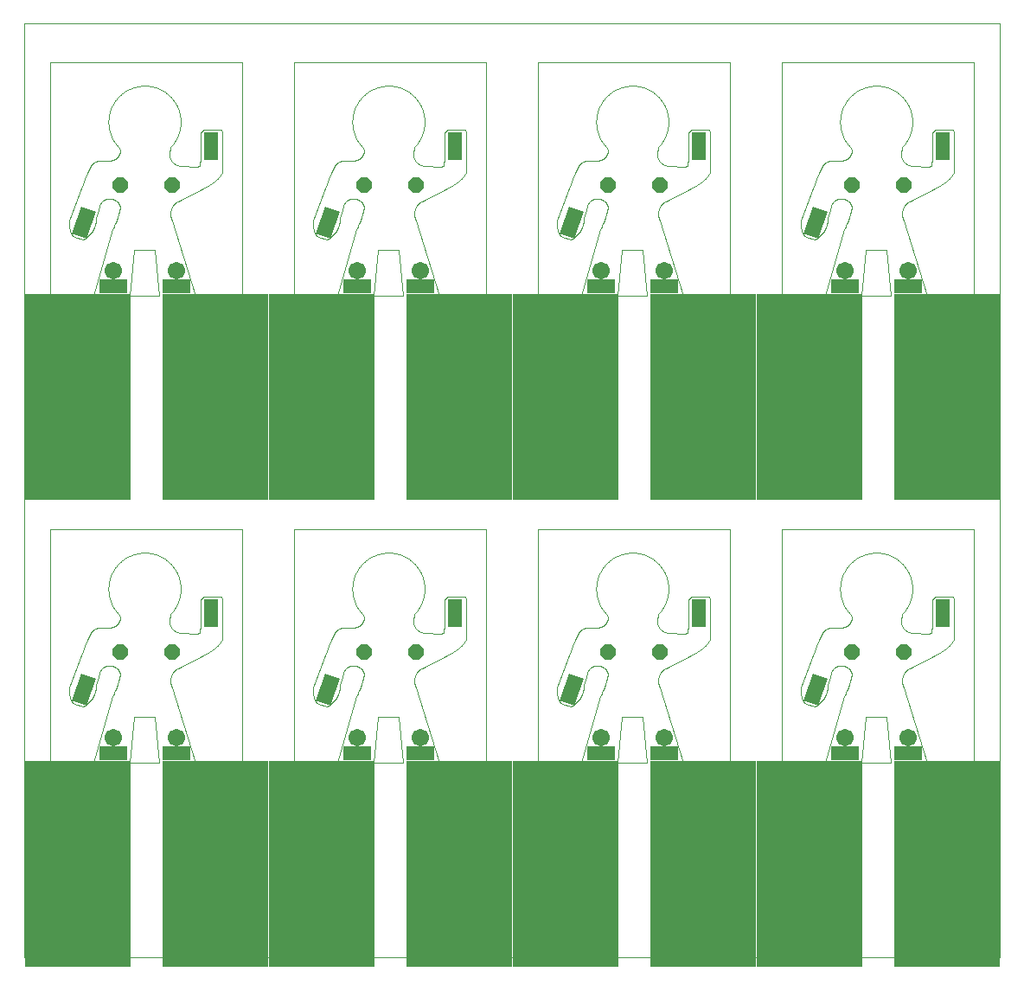
<source format=gbs>
G75*
%MOIN*%
%OFA0B0*%
%FSLAX25Y25*%
%IPPOS*%
%LPD*%
%AMOC8*
5,1,8,0,0,1.08239X$1,22.5*
%
%ADD10C,0.00000*%
%ADD11R,0.41000X0.79500*%
%ADD12OC8,0.06000*%
%ADD13R,0.05800X0.10800*%
%ADD14R,0.10800X0.05800*%
%ADD15C,0.06706*%
%ADD16C,0.06115*%
D10*
X0016000Y0011000D02*
X0392000Y0011000D01*
X0392000Y0371000D01*
X0016000Y0371000D01*
X0016000Y0011000D01*
X0026000Y0086000D02*
X0026000Y0176000D01*
X0100000Y0176000D01*
X0100000Y0086000D01*
X0082000Y0086000D01*
X0074400Y0110500D01*
X0072900Y0115000D01*
X0072901Y0115000D02*
X0072836Y0115130D01*
X0072774Y0115261D01*
X0072717Y0115394D01*
X0072662Y0115529D01*
X0072612Y0115664D01*
X0072565Y0115802D01*
X0072521Y0115940D01*
X0072482Y0116079D01*
X0072446Y0116220D01*
X0072413Y0116361D01*
X0072385Y0116503D01*
X0072360Y0116646D01*
X0072340Y0116790D01*
X0072323Y0116934D01*
X0072309Y0117078D01*
X0072300Y0117223D01*
X0072295Y0117368D01*
X0072293Y0117513D01*
X0072295Y0117658D01*
X0072301Y0117802D01*
X0072311Y0117947D01*
X0072325Y0118091D01*
X0072343Y0118235D01*
X0072364Y0118379D01*
X0072390Y0118522D01*
X0072419Y0118664D01*
X0072452Y0118805D01*
X0072488Y0118945D01*
X0072529Y0119084D01*
X0072573Y0119222D01*
X0072620Y0119359D01*
X0072672Y0119495D01*
X0072726Y0119629D01*
X0072785Y0119762D01*
X0072847Y0119893D01*
X0072912Y0120022D01*
X0072981Y0120150D01*
X0073053Y0120276D01*
X0073129Y0120399D01*
X0073208Y0120521D01*
X0073290Y0120641D01*
X0073375Y0120758D01*
X0073463Y0120873D01*
X0073555Y0120986D01*
X0073649Y0121096D01*
X0073746Y0121203D01*
X0073846Y0121308D01*
X0073949Y0121411D01*
X0074054Y0121510D01*
X0074162Y0121607D01*
X0074273Y0121701D01*
X0074386Y0121791D01*
X0074501Y0121879D01*
X0074619Y0121964D01*
X0074739Y0122045D01*
X0074861Y0122123D01*
X0074985Y0122198D01*
X0075111Y0122270D01*
X0075239Y0122338D01*
X0075239Y0122339D02*
X0084966Y0127339D01*
X0082776Y0135728D02*
X0075900Y0136000D01*
X0075767Y0136016D01*
X0075634Y0136037D01*
X0075502Y0136062D01*
X0075371Y0136090D01*
X0075241Y0136123D01*
X0075112Y0136159D01*
X0074984Y0136199D01*
X0074857Y0136243D01*
X0074731Y0136291D01*
X0074607Y0136342D01*
X0074485Y0136397D01*
X0074364Y0136455D01*
X0074245Y0136518D01*
X0074128Y0136583D01*
X0074013Y0136652D01*
X0073900Y0136725D01*
X0073789Y0136800D01*
X0073681Y0136879D01*
X0073575Y0136961D01*
X0073471Y0137047D01*
X0073370Y0137135D01*
X0073272Y0137226D01*
X0073176Y0137320D01*
X0073083Y0137417D01*
X0072993Y0137517D01*
X0072907Y0137619D01*
X0072823Y0137724D01*
X0072742Y0137831D01*
X0072665Y0137941D01*
X0072590Y0138053D01*
X0072519Y0138167D01*
X0072452Y0138283D01*
X0072388Y0138401D01*
X0072328Y0138520D01*
X0072271Y0138642D01*
X0072218Y0138765D01*
X0072168Y0138890D01*
X0072122Y0139016D01*
X0072080Y0139143D01*
X0072042Y0139272D01*
X0072007Y0139402D01*
X0071977Y0139532D01*
X0071950Y0139664D01*
X0071927Y0139796D01*
X0071908Y0139929D01*
X0071893Y0140062D01*
X0071882Y0140196D01*
X0071875Y0140330D01*
X0071872Y0140464D01*
X0071873Y0140598D01*
X0071878Y0140733D01*
X0071887Y0140866D01*
X0071900Y0141000D01*
X0072160Y0143055D01*
X0084966Y0127338D02*
X0085328Y0127490D01*
X0085685Y0127651D01*
X0086039Y0127821D01*
X0086388Y0128000D01*
X0086733Y0128187D01*
X0087073Y0128382D01*
X0087409Y0128585D01*
X0087739Y0128797D01*
X0088064Y0129017D01*
X0088384Y0129244D01*
X0088698Y0129480D01*
X0089006Y0129722D01*
X0089308Y0129973D01*
X0089603Y0130230D01*
X0089893Y0130495D01*
X0090176Y0130767D01*
X0090452Y0131046D01*
X0090721Y0131331D01*
X0090983Y0131623D01*
X0091238Y0131921D01*
X0091486Y0132225D01*
X0091726Y0132535D01*
X0091959Y0132851D01*
X0092183Y0133172D01*
X0092400Y0133499D01*
X0092400Y0133500D02*
X0092400Y0148800D01*
X0091567Y0150000D02*
X0085914Y0150000D01*
X0085826Y0149998D01*
X0085739Y0149992D01*
X0085652Y0149983D01*
X0085565Y0149969D01*
X0085479Y0149952D01*
X0085394Y0149931D01*
X0085310Y0149907D01*
X0085227Y0149878D01*
X0085145Y0149846D01*
X0085065Y0149811D01*
X0084987Y0149772D01*
X0084910Y0149730D01*
X0084835Y0149684D01*
X0084762Y0149635D01*
X0084692Y0149583D01*
X0084624Y0149528D01*
X0084558Y0149470D01*
X0084495Y0149409D01*
X0084434Y0149346D01*
X0084377Y0149280D01*
X0084322Y0149211D01*
X0084271Y0149140D01*
X0084222Y0149067D01*
X0084177Y0148992D01*
X0084135Y0148915D01*
X0084097Y0148836D01*
X0084062Y0148756D01*
X0084031Y0148674D01*
X0084003Y0148591D01*
X0083979Y0148506D01*
X0083959Y0148421D01*
X0083942Y0148335D01*
X0083929Y0148248D01*
X0083920Y0148161D01*
X0083915Y0148073D01*
X0083914Y0147986D01*
X0083971Y0139000D01*
X0083739Y0136379D01*
X0083707Y0136319D01*
X0083672Y0136262D01*
X0083633Y0136206D01*
X0083592Y0136153D01*
X0083547Y0136102D01*
X0083500Y0136054D01*
X0083450Y0136009D01*
X0083397Y0135966D01*
X0083343Y0135927D01*
X0083286Y0135891D01*
X0083227Y0135858D01*
X0083166Y0135828D01*
X0083104Y0135802D01*
X0083040Y0135780D01*
X0082975Y0135761D01*
X0082909Y0135746D01*
X0082843Y0135735D01*
X0082776Y0135728D01*
X0092400Y0148800D02*
X0092372Y0148889D01*
X0092340Y0148976D01*
X0092305Y0149062D01*
X0092267Y0149147D01*
X0092225Y0149230D01*
X0092180Y0149311D01*
X0092132Y0149390D01*
X0092080Y0149468D01*
X0092026Y0149543D01*
X0091968Y0149616D01*
X0091908Y0149686D01*
X0091845Y0149755D01*
X0091779Y0149820D01*
X0091711Y0149883D01*
X0091640Y0149943D01*
X0091566Y0150000D01*
X0120000Y0176000D02*
X0194000Y0176000D01*
X0194000Y0086000D01*
X0176000Y0086000D01*
X0168400Y0110500D01*
X0166900Y0115000D01*
X0166901Y0115000D02*
X0166836Y0115130D01*
X0166774Y0115261D01*
X0166717Y0115394D01*
X0166662Y0115529D01*
X0166612Y0115664D01*
X0166565Y0115802D01*
X0166521Y0115940D01*
X0166482Y0116079D01*
X0166446Y0116220D01*
X0166413Y0116361D01*
X0166385Y0116503D01*
X0166360Y0116646D01*
X0166340Y0116790D01*
X0166323Y0116934D01*
X0166309Y0117078D01*
X0166300Y0117223D01*
X0166295Y0117368D01*
X0166293Y0117513D01*
X0166295Y0117658D01*
X0166301Y0117802D01*
X0166311Y0117947D01*
X0166325Y0118091D01*
X0166343Y0118235D01*
X0166364Y0118379D01*
X0166390Y0118522D01*
X0166419Y0118664D01*
X0166452Y0118805D01*
X0166488Y0118945D01*
X0166529Y0119084D01*
X0166573Y0119222D01*
X0166620Y0119359D01*
X0166672Y0119495D01*
X0166726Y0119629D01*
X0166785Y0119762D01*
X0166847Y0119893D01*
X0166912Y0120022D01*
X0166981Y0120150D01*
X0167053Y0120276D01*
X0167129Y0120399D01*
X0167208Y0120521D01*
X0167290Y0120641D01*
X0167375Y0120758D01*
X0167463Y0120873D01*
X0167555Y0120986D01*
X0167649Y0121096D01*
X0167746Y0121203D01*
X0167846Y0121308D01*
X0167949Y0121411D01*
X0168054Y0121510D01*
X0168162Y0121607D01*
X0168273Y0121701D01*
X0168386Y0121791D01*
X0168501Y0121879D01*
X0168619Y0121964D01*
X0168739Y0122045D01*
X0168861Y0122123D01*
X0168985Y0122198D01*
X0169111Y0122270D01*
X0169239Y0122338D01*
X0169239Y0122339D02*
X0178966Y0127339D01*
X0176776Y0135728D02*
X0169900Y0136000D01*
X0169767Y0136016D01*
X0169634Y0136037D01*
X0169502Y0136062D01*
X0169371Y0136090D01*
X0169241Y0136123D01*
X0169112Y0136159D01*
X0168984Y0136199D01*
X0168857Y0136243D01*
X0168731Y0136291D01*
X0168607Y0136342D01*
X0168485Y0136397D01*
X0168364Y0136455D01*
X0168245Y0136518D01*
X0168128Y0136583D01*
X0168013Y0136652D01*
X0167900Y0136725D01*
X0167789Y0136800D01*
X0167681Y0136879D01*
X0167575Y0136961D01*
X0167471Y0137047D01*
X0167370Y0137135D01*
X0167272Y0137226D01*
X0167176Y0137320D01*
X0167083Y0137417D01*
X0166993Y0137517D01*
X0166907Y0137619D01*
X0166823Y0137724D01*
X0166742Y0137831D01*
X0166665Y0137941D01*
X0166590Y0138053D01*
X0166519Y0138167D01*
X0166452Y0138283D01*
X0166388Y0138401D01*
X0166328Y0138520D01*
X0166271Y0138642D01*
X0166218Y0138765D01*
X0166168Y0138890D01*
X0166122Y0139016D01*
X0166080Y0139143D01*
X0166042Y0139272D01*
X0166007Y0139402D01*
X0165977Y0139532D01*
X0165950Y0139664D01*
X0165927Y0139796D01*
X0165908Y0139929D01*
X0165893Y0140062D01*
X0165882Y0140196D01*
X0165875Y0140330D01*
X0165872Y0140464D01*
X0165873Y0140598D01*
X0165878Y0140733D01*
X0165887Y0140866D01*
X0165900Y0141000D01*
X0166160Y0143055D01*
X0178966Y0127338D02*
X0179328Y0127490D01*
X0179685Y0127651D01*
X0180039Y0127821D01*
X0180388Y0128000D01*
X0180733Y0128187D01*
X0181073Y0128382D01*
X0181409Y0128585D01*
X0181739Y0128797D01*
X0182064Y0129017D01*
X0182384Y0129244D01*
X0182698Y0129480D01*
X0183006Y0129722D01*
X0183308Y0129973D01*
X0183603Y0130230D01*
X0183893Y0130495D01*
X0184176Y0130767D01*
X0184452Y0131046D01*
X0184721Y0131331D01*
X0184983Y0131623D01*
X0185238Y0131921D01*
X0185486Y0132225D01*
X0185726Y0132535D01*
X0185959Y0132851D01*
X0186183Y0133172D01*
X0186400Y0133499D01*
X0186400Y0133500D02*
X0186400Y0148800D01*
X0185567Y0150000D02*
X0179914Y0150000D01*
X0179826Y0149998D01*
X0179739Y0149992D01*
X0179652Y0149983D01*
X0179565Y0149969D01*
X0179479Y0149952D01*
X0179394Y0149931D01*
X0179310Y0149907D01*
X0179227Y0149878D01*
X0179145Y0149846D01*
X0179065Y0149811D01*
X0178987Y0149772D01*
X0178910Y0149730D01*
X0178835Y0149684D01*
X0178762Y0149635D01*
X0178692Y0149583D01*
X0178624Y0149528D01*
X0178558Y0149470D01*
X0178495Y0149409D01*
X0178434Y0149346D01*
X0178377Y0149280D01*
X0178322Y0149211D01*
X0178271Y0149140D01*
X0178222Y0149067D01*
X0178177Y0148992D01*
X0178135Y0148915D01*
X0178097Y0148836D01*
X0178062Y0148756D01*
X0178031Y0148674D01*
X0178003Y0148591D01*
X0177979Y0148506D01*
X0177959Y0148421D01*
X0177942Y0148335D01*
X0177929Y0148248D01*
X0177920Y0148161D01*
X0177915Y0148073D01*
X0177914Y0147986D01*
X0177971Y0139000D01*
X0177739Y0136379D01*
X0177707Y0136319D01*
X0177672Y0136262D01*
X0177633Y0136206D01*
X0177592Y0136153D01*
X0177547Y0136102D01*
X0177500Y0136054D01*
X0177450Y0136009D01*
X0177397Y0135966D01*
X0177343Y0135927D01*
X0177286Y0135891D01*
X0177227Y0135858D01*
X0177166Y0135828D01*
X0177104Y0135802D01*
X0177040Y0135780D01*
X0176975Y0135761D01*
X0176909Y0135746D01*
X0176843Y0135735D01*
X0176776Y0135728D01*
X0186400Y0148800D02*
X0186372Y0148889D01*
X0186340Y0148976D01*
X0186305Y0149062D01*
X0186267Y0149147D01*
X0186225Y0149230D01*
X0186180Y0149311D01*
X0186132Y0149390D01*
X0186080Y0149468D01*
X0186026Y0149543D01*
X0185968Y0149616D01*
X0185908Y0149686D01*
X0185845Y0149755D01*
X0185779Y0149820D01*
X0185711Y0149883D01*
X0185640Y0149943D01*
X0185566Y0150000D01*
X0166159Y0143056D02*
X0166397Y0143299D01*
X0166628Y0143548D01*
X0166853Y0143802D01*
X0167072Y0144062D01*
X0167285Y0144328D01*
X0167491Y0144598D01*
X0167690Y0144873D01*
X0167882Y0145153D01*
X0168068Y0145438D01*
X0168247Y0145727D01*
X0168418Y0146020D01*
X0168582Y0146318D01*
X0168739Y0146619D01*
X0168889Y0146924D01*
X0169031Y0147233D01*
X0169166Y0147545D01*
X0169292Y0147861D01*
X0169412Y0148179D01*
X0169523Y0148500D01*
X0169626Y0148824D01*
X0169722Y0149150D01*
X0169809Y0149478D01*
X0169889Y0149809D01*
X0169960Y0150141D01*
X0170023Y0150475D01*
X0170079Y0150810D01*
X0170125Y0151147D01*
X0170164Y0151484D01*
X0170194Y0151823D01*
X0170217Y0152162D01*
X0170230Y0152502D01*
X0170236Y0152841D01*
X0170233Y0153181D01*
X0170222Y0153521D01*
X0170203Y0153860D01*
X0170175Y0154199D01*
X0170139Y0154537D01*
X0170095Y0154874D01*
X0170043Y0155210D01*
X0169982Y0155544D01*
X0169914Y0155877D01*
X0169837Y0156208D01*
X0169752Y0156537D01*
X0169659Y0156864D01*
X0169558Y0157188D01*
X0169450Y0157510D01*
X0169333Y0157830D01*
X0169209Y0158146D01*
X0169077Y0158459D01*
X0168937Y0158769D01*
X0168790Y0159075D01*
X0168636Y0159378D01*
X0168474Y0159677D01*
X0168305Y0159972D01*
X0168128Y0160262D01*
X0167945Y0160548D01*
X0167755Y0160830D01*
X0167558Y0161107D01*
X0167354Y0161379D01*
X0167144Y0161646D01*
X0166927Y0161907D01*
X0166704Y0162164D01*
X0166474Y0162415D01*
X0166239Y0162660D01*
X0165998Y0162899D01*
X0165751Y0163132D01*
X0165498Y0163360D01*
X0165240Y0163581D01*
X0164976Y0163795D01*
X0164708Y0164004D01*
X0164434Y0164205D01*
X0164156Y0164400D01*
X0163872Y0164588D01*
X0163585Y0164769D01*
X0163293Y0164943D01*
X0162997Y0165109D01*
X0162697Y0165269D01*
X0162393Y0165421D01*
X0162085Y0165566D01*
X0161774Y0165703D01*
X0161460Y0165832D01*
X0161143Y0165954D01*
X0160822Y0166068D01*
X0160500Y0166174D01*
X0160174Y0166272D01*
X0159846Y0166362D01*
X0159517Y0166444D01*
X0159185Y0166518D01*
X0158852Y0166584D01*
X0158517Y0166642D01*
X0158181Y0166692D01*
X0157843Y0166733D01*
X0157505Y0166766D01*
X0157166Y0166791D01*
X0156827Y0166808D01*
X0156487Y0166816D01*
X0156147Y0166816D01*
X0155807Y0166808D01*
X0155468Y0166791D01*
X0155129Y0166766D01*
X0154791Y0166733D01*
X0154453Y0166692D01*
X0154117Y0166642D01*
X0153782Y0166584D01*
X0153449Y0166518D01*
X0153117Y0166444D01*
X0152788Y0166362D01*
X0152460Y0166272D01*
X0152134Y0166174D01*
X0151812Y0166068D01*
X0151491Y0165954D01*
X0151174Y0165832D01*
X0150860Y0165703D01*
X0150549Y0165566D01*
X0150241Y0165421D01*
X0149937Y0165269D01*
X0149637Y0165109D01*
X0149341Y0164943D01*
X0149049Y0164769D01*
X0148762Y0164588D01*
X0148478Y0164400D01*
X0148200Y0164205D01*
X0147926Y0164004D01*
X0147658Y0163795D01*
X0147394Y0163581D01*
X0147136Y0163360D01*
X0146883Y0163132D01*
X0146636Y0162899D01*
X0146395Y0162660D01*
X0146160Y0162415D01*
X0145930Y0162164D01*
X0145707Y0161907D01*
X0145490Y0161646D01*
X0145280Y0161379D01*
X0145076Y0161107D01*
X0144879Y0160830D01*
X0144689Y0160548D01*
X0144506Y0160262D01*
X0144329Y0159972D01*
X0144160Y0159677D01*
X0143998Y0159378D01*
X0143844Y0159075D01*
X0143697Y0158769D01*
X0143557Y0158459D01*
X0143425Y0158146D01*
X0143301Y0157830D01*
X0143184Y0157510D01*
X0143076Y0157188D01*
X0142975Y0156864D01*
X0142882Y0156537D01*
X0142797Y0156208D01*
X0142720Y0155877D01*
X0142652Y0155544D01*
X0142591Y0155210D01*
X0142539Y0154874D01*
X0142495Y0154537D01*
X0142459Y0154199D01*
X0142431Y0153860D01*
X0142412Y0153521D01*
X0142401Y0153181D01*
X0142398Y0152841D01*
X0142404Y0152502D01*
X0142417Y0152162D01*
X0142440Y0151823D01*
X0142470Y0151484D01*
X0142509Y0151147D01*
X0142555Y0150810D01*
X0142611Y0150475D01*
X0142674Y0150141D01*
X0142745Y0149809D01*
X0142825Y0149478D01*
X0142912Y0149150D01*
X0143008Y0148824D01*
X0143111Y0148500D01*
X0143222Y0148179D01*
X0143342Y0147861D01*
X0143468Y0147545D01*
X0143603Y0147233D01*
X0143745Y0146924D01*
X0143895Y0146619D01*
X0144052Y0146318D01*
X0144216Y0146020D01*
X0144387Y0145727D01*
X0144566Y0145438D01*
X0144752Y0145153D01*
X0144944Y0144873D01*
X0145143Y0144598D01*
X0145349Y0144328D01*
X0145562Y0144062D01*
X0145781Y0143802D01*
X0146006Y0143548D01*
X0146237Y0143299D01*
X0146475Y0143056D01*
X0146475Y0143055D02*
X0146900Y0142000D01*
X0146898Y0141874D01*
X0146892Y0141749D01*
X0146882Y0141624D01*
X0146868Y0141499D01*
X0146851Y0141374D01*
X0146829Y0141250D01*
X0146804Y0141127D01*
X0146774Y0141005D01*
X0146741Y0140884D01*
X0146704Y0140764D01*
X0146664Y0140645D01*
X0146619Y0140528D01*
X0146571Y0140411D01*
X0146519Y0140297D01*
X0146464Y0140184D01*
X0146405Y0140073D01*
X0146343Y0139964D01*
X0146277Y0139857D01*
X0146208Y0139752D01*
X0146136Y0139649D01*
X0146061Y0139548D01*
X0145982Y0139450D01*
X0145900Y0139355D01*
X0145816Y0139262D01*
X0145728Y0139172D01*
X0145638Y0139084D01*
X0145545Y0139000D01*
X0145450Y0138918D01*
X0145352Y0138839D01*
X0145251Y0138764D01*
X0145148Y0138692D01*
X0145043Y0138623D01*
X0144936Y0138557D01*
X0144827Y0138495D01*
X0144716Y0138436D01*
X0144603Y0138381D01*
X0144489Y0138329D01*
X0144372Y0138281D01*
X0144255Y0138236D01*
X0144136Y0138196D01*
X0144016Y0138159D01*
X0143895Y0138126D01*
X0143773Y0138096D01*
X0143650Y0138071D01*
X0143526Y0138049D01*
X0143401Y0138032D01*
X0143276Y0138018D01*
X0143151Y0138008D01*
X0143026Y0138002D01*
X0142900Y0138000D01*
X0140023Y0138000D01*
X0136001Y0136521D02*
X0134363Y0133075D01*
X0136001Y0136520D02*
X0136098Y0136620D01*
X0136198Y0136716D01*
X0136300Y0136809D01*
X0136406Y0136900D01*
X0136513Y0136987D01*
X0136623Y0137072D01*
X0136736Y0137153D01*
X0136851Y0137231D01*
X0136968Y0137305D01*
X0137087Y0137376D01*
X0137208Y0137444D01*
X0137331Y0137508D01*
X0137455Y0137569D01*
X0137582Y0137626D01*
X0137710Y0137680D01*
X0137839Y0137729D01*
X0137970Y0137775D01*
X0138102Y0137818D01*
X0138236Y0137856D01*
X0138370Y0137891D01*
X0138505Y0137922D01*
X0138641Y0137948D01*
X0138778Y0137971D01*
X0138915Y0137990D01*
X0139053Y0138005D01*
X0139192Y0138017D01*
X0139330Y0138024D01*
X0139469Y0138027D01*
X0139607Y0138026D01*
X0139746Y0138021D01*
X0139884Y0138012D01*
X0140023Y0138000D01*
X0132426Y0128242D02*
X0127400Y0114929D01*
X0132674Y0107522D02*
X0132879Y0107640D01*
X0133081Y0107762D01*
X0133280Y0107890D01*
X0133477Y0108022D01*
X0133669Y0108159D01*
X0133859Y0108300D01*
X0134045Y0108446D01*
X0134227Y0108597D01*
X0134406Y0108751D01*
X0134581Y0108910D01*
X0134752Y0109074D01*
X0134919Y0109241D01*
X0135082Y0109412D01*
X0135241Y0109587D01*
X0135396Y0109766D01*
X0135546Y0109949D01*
X0135692Y0110135D01*
X0135833Y0110325D01*
X0135970Y0110517D01*
X0136102Y0110714D01*
X0136229Y0110913D01*
X0136352Y0111115D01*
X0136469Y0111320D01*
X0136582Y0111528D01*
X0136689Y0111739D01*
X0136792Y0111952D01*
X0136889Y0112168D01*
X0136981Y0112386D01*
X0137068Y0112605D01*
X0137149Y0112827D01*
X0137225Y0113051D01*
X0137296Y0113277D01*
X0137361Y0113504D01*
X0137421Y0113733D01*
X0137475Y0113963D01*
X0137524Y0114195D01*
X0137567Y0114427D01*
X0137604Y0114661D01*
X0137636Y0114895D01*
X0137662Y0115130D01*
X0137683Y0115366D01*
X0137697Y0115602D01*
X0137707Y0115838D01*
X0137706Y0115838D02*
X0138200Y0117800D01*
X0138800Y0120300D01*
X0138835Y0120423D01*
X0138875Y0120545D01*
X0138918Y0120666D01*
X0138965Y0120785D01*
X0139016Y0120903D01*
X0139070Y0121019D01*
X0139128Y0121134D01*
X0139189Y0121247D01*
X0139254Y0121357D01*
X0139322Y0121466D01*
X0139394Y0121573D01*
X0139468Y0121677D01*
X0139546Y0121779D01*
X0139627Y0121878D01*
X0139711Y0121975D01*
X0139798Y0122070D01*
X0139888Y0122161D01*
X0139981Y0122250D01*
X0140076Y0122336D01*
X0140174Y0122419D01*
X0140274Y0122499D01*
X0140377Y0122576D01*
X0140482Y0122649D01*
X0140590Y0122719D01*
X0140699Y0122786D01*
X0140811Y0122850D01*
X0140924Y0122910D01*
X0141039Y0122966D01*
X0141156Y0123019D01*
X0141275Y0123068D01*
X0141394Y0123114D01*
X0141516Y0123156D01*
X0141638Y0123194D01*
X0141762Y0123229D01*
X0141886Y0123259D01*
X0142012Y0123286D01*
X0142138Y0123309D01*
X0142265Y0123328D01*
X0142392Y0123343D01*
X0142520Y0123354D01*
X0142648Y0123361D01*
X0142777Y0123364D01*
X0142905Y0123363D01*
X0143033Y0123358D01*
X0143161Y0123350D01*
X0143289Y0123337D01*
X0143416Y0123320D01*
X0143543Y0123300D01*
X0143669Y0123276D01*
X0143794Y0123247D01*
X0143918Y0123215D01*
X0144041Y0123179D01*
X0144163Y0123140D01*
X0144284Y0123096D01*
X0144403Y0123049D01*
X0144521Y0122998D01*
X0144637Y0122944D01*
X0144752Y0122886D01*
X0144864Y0122825D01*
X0144975Y0122760D01*
X0145084Y0122691D01*
X0145190Y0122620D01*
X0145294Y0122545D01*
X0145396Y0122467D01*
X0145496Y0122386D01*
X0145593Y0122302D01*
X0145687Y0122215D01*
X0145778Y0122125D01*
X0145867Y0122032D01*
X0145953Y0121937D01*
X0146036Y0121839D01*
X0146115Y0121738D01*
X0146192Y0121635D01*
X0146265Y0121530D01*
X0146336Y0121423D01*
X0146402Y0121313D01*
X0146466Y0121202D01*
X0146526Y0121088D01*
X0146582Y0120973D01*
X0146635Y0120856D01*
X0146684Y0120737D01*
X0146730Y0120617D01*
X0146771Y0120496D01*
X0146809Y0120374D01*
X0146844Y0120250D01*
X0146874Y0120125D01*
X0146901Y0120000D01*
X0132426Y0128242D02*
X0132499Y0128583D01*
X0132581Y0128922D01*
X0132671Y0129260D01*
X0132769Y0129595D01*
X0132875Y0129927D01*
X0132989Y0130257D01*
X0133111Y0130584D01*
X0133241Y0130908D01*
X0133378Y0131229D01*
X0133524Y0131546D01*
X0133677Y0131860D01*
X0133837Y0132170D01*
X0134005Y0132476D01*
X0134180Y0132778D01*
X0134363Y0133075D01*
X0146900Y0120000D02*
X0146798Y0119404D01*
X0146682Y0118811D01*
X0146551Y0118221D01*
X0146406Y0117635D01*
X0146247Y0117052D01*
X0146074Y0116473D01*
X0145887Y0115898D01*
X0145686Y0115328D01*
X0145471Y0114764D01*
X0145242Y0114204D01*
X0145000Y0113651D01*
X0144745Y0113103D01*
X0144476Y0112562D01*
X0144195Y0112027D01*
X0143900Y0111500D01*
X0136500Y0086000D01*
X0120000Y0086000D01*
X0120000Y0176000D01*
X0072159Y0143056D02*
X0072397Y0143299D01*
X0072628Y0143548D01*
X0072853Y0143802D01*
X0073072Y0144062D01*
X0073285Y0144328D01*
X0073491Y0144598D01*
X0073690Y0144873D01*
X0073882Y0145153D01*
X0074068Y0145438D01*
X0074247Y0145727D01*
X0074418Y0146020D01*
X0074582Y0146318D01*
X0074739Y0146619D01*
X0074889Y0146924D01*
X0075031Y0147233D01*
X0075166Y0147545D01*
X0075292Y0147861D01*
X0075412Y0148179D01*
X0075523Y0148500D01*
X0075626Y0148824D01*
X0075722Y0149150D01*
X0075809Y0149478D01*
X0075889Y0149809D01*
X0075960Y0150141D01*
X0076023Y0150475D01*
X0076079Y0150810D01*
X0076125Y0151147D01*
X0076164Y0151484D01*
X0076194Y0151823D01*
X0076217Y0152162D01*
X0076230Y0152502D01*
X0076236Y0152841D01*
X0076233Y0153181D01*
X0076222Y0153521D01*
X0076203Y0153860D01*
X0076175Y0154199D01*
X0076139Y0154537D01*
X0076095Y0154874D01*
X0076043Y0155210D01*
X0075982Y0155544D01*
X0075914Y0155877D01*
X0075837Y0156208D01*
X0075752Y0156537D01*
X0075659Y0156864D01*
X0075558Y0157188D01*
X0075450Y0157510D01*
X0075333Y0157830D01*
X0075209Y0158146D01*
X0075077Y0158459D01*
X0074937Y0158769D01*
X0074790Y0159075D01*
X0074636Y0159378D01*
X0074474Y0159677D01*
X0074305Y0159972D01*
X0074128Y0160262D01*
X0073945Y0160548D01*
X0073755Y0160830D01*
X0073558Y0161107D01*
X0073354Y0161379D01*
X0073144Y0161646D01*
X0072927Y0161907D01*
X0072704Y0162164D01*
X0072474Y0162415D01*
X0072239Y0162660D01*
X0071998Y0162899D01*
X0071751Y0163132D01*
X0071498Y0163360D01*
X0071240Y0163581D01*
X0070976Y0163795D01*
X0070708Y0164004D01*
X0070434Y0164205D01*
X0070156Y0164400D01*
X0069872Y0164588D01*
X0069585Y0164769D01*
X0069293Y0164943D01*
X0068997Y0165109D01*
X0068697Y0165269D01*
X0068393Y0165421D01*
X0068085Y0165566D01*
X0067774Y0165703D01*
X0067460Y0165832D01*
X0067143Y0165954D01*
X0066822Y0166068D01*
X0066500Y0166174D01*
X0066174Y0166272D01*
X0065846Y0166362D01*
X0065517Y0166444D01*
X0065185Y0166518D01*
X0064852Y0166584D01*
X0064517Y0166642D01*
X0064181Y0166692D01*
X0063843Y0166733D01*
X0063505Y0166766D01*
X0063166Y0166791D01*
X0062827Y0166808D01*
X0062487Y0166816D01*
X0062147Y0166816D01*
X0061807Y0166808D01*
X0061468Y0166791D01*
X0061129Y0166766D01*
X0060791Y0166733D01*
X0060453Y0166692D01*
X0060117Y0166642D01*
X0059782Y0166584D01*
X0059449Y0166518D01*
X0059117Y0166444D01*
X0058788Y0166362D01*
X0058460Y0166272D01*
X0058134Y0166174D01*
X0057812Y0166068D01*
X0057491Y0165954D01*
X0057174Y0165832D01*
X0056860Y0165703D01*
X0056549Y0165566D01*
X0056241Y0165421D01*
X0055937Y0165269D01*
X0055637Y0165109D01*
X0055341Y0164943D01*
X0055049Y0164769D01*
X0054762Y0164588D01*
X0054478Y0164400D01*
X0054200Y0164205D01*
X0053926Y0164004D01*
X0053658Y0163795D01*
X0053394Y0163581D01*
X0053136Y0163360D01*
X0052883Y0163132D01*
X0052636Y0162899D01*
X0052395Y0162660D01*
X0052160Y0162415D01*
X0051930Y0162164D01*
X0051707Y0161907D01*
X0051490Y0161646D01*
X0051280Y0161379D01*
X0051076Y0161107D01*
X0050879Y0160830D01*
X0050689Y0160548D01*
X0050506Y0160262D01*
X0050329Y0159972D01*
X0050160Y0159677D01*
X0049998Y0159378D01*
X0049844Y0159075D01*
X0049697Y0158769D01*
X0049557Y0158459D01*
X0049425Y0158146D01*
X0049301Y0157830D01*
X0049184Y0157510D01*
X0049076Y0157188D01*
X0048975Y0156864D01*
X0048882Y0156537D01*
X0048797Y0156208D01*
X0048720Y0155877D01*
X0048652Y0155544D01*
X0048591Y0155210D01*
X0048539Y0154874D01*
X0048495Y0154537D01*
X0048459Y0154199D01*
X0048431Y0153860D01*
X0048412Y0153521D01*
X0048401Y0153181D01*
X0048398Y0152841D01*
X0048404Y0152502D01*
X0048417Y0152162D01*
X0048440Y0151823D01*
X0048470Y0151484D01*
X0048509Y0151147D01*
X0048555Y0150810D01*
X0048611Y0150475D01*
X0048674Y0150141D01*
X0048745Y0149809D01*
X0048825Y0149478D01*
X0048912Y0149150D01*
X0049008Y0148824D01*
X0049111Y0148500D01*
X0049222Y0148179D01*
X0049342Y0147861D01*
X0049468Y0147545D01*
X0049603Y0147233D01*
X0049745Y0146924D01*
X0049895Y0146619D01*
X0050052Y0146318D01*
X0050216Y0146020D01*
X0050387Y0145727D01*
X0050566Y0145438D01*
X0050752Y0145153D01*
X0050944Y0144873D01*
X0051143Y0144598D01*
X0051349Y0144328D01*
X0051562Y0144062D01*
X0051781Y0143802D01*
X0052006Y0143548D01*
X0052237Y0143299D01*
X0052475Y0143056D01*
X0052475Y0143055D02*
X0052900Y0142000D01*
X0052898Y0141874D01*
X0052892Y0141749D01*
X0052882Y0141624D01*
X0052868Y0141499D01*
X0052851Y0141374D01*
X0052829Y0141250D01*
X0052804Y0141127D01*
X0052774Y0141005D01*
X0052741Y0140884D01*
X0052704Y0140764D01*
X0052664Y0140645D01*
X0052619Y0140528D01*
X0052571Y0140411D01*
X0052519Y0140297D01*
X0052464Y0140184D01*
X0052405Y0140073D01*
X0052343Y0139964D01*
X0052277Y0139857D01*
X0052208Y0139752D01*
X0052136Y0139649D01*
X0052061Y0139548D01*
X0051982Y0139450D01*
X0051900Y0139355D01*
X0051816Y0139262D01*
X0051728Y0139172D01*
X0051638Y0139084D01*
X0051545Y0139000D01*
X0051450Y0138918D01*
X0051352Y0138839D01*
X0051251Y0138764D01*
X0051148Y0138692D01*
X0051043Y0138623D01*
X0050936Y0138557D01*
X0050827Y0138495D01*
X0050716Y0138436D01*
X0050603Y0138381D01*
X0050489Y0138329D01*
X0050372Y0138281D01*
X0050255Y0138236D01*
X0050136Y0138196D01*
X0050016Y0138159D01*
X0049895Y0138126D01*
X0049773Y0138096D01*
X0049650Y0138071D01*
X0049526Y0138049D01*
X0049401Y0138032D01*
X0049276Y0138018D01*
X0049151Y0138008D01*
X0049026Y0138002D01*
X0048900Y0138000D01*
X0046023Y0138000D01*
X0042001Y0136521D02*
X0040363Y0133075D01*
X0042001Y0136520D02*
X0042098Y0136620D01*
X0042198Y0136716D01*
X0042300Y0136809D01*
X0042406Y0136900D01*
X0042513Y0136987D01*
X0042623Y0137072D01*
X0042736Y0137153D01*
X0042851Y0137231D01*
X0042968Y0137305D01*
X0043087Y0137376D01*
X0043208Y0137444D01*
X0043331Y0137508D01*
X0043455Y0137569D01*
X0043582Y0137626D01*
X0043710Y0137680D01*
X0043839Y0137729D01*
X0043970Y0137775D01*
X0044102Y0137818D01*
X0044236Y0137856D01*
X0044370Y0137891D01*
X0044505Y0137922D01*
X0044641Y0137948D01*
X0044778Y0137971D01*
X0044915Y0137990D01*
X0045053Y0138005D01*
X0045192Y0138017D01*
X0045330Y0138024D01*
X0045469Y0138027D01*
X0045607Y0138026D01*
X0045746Y0138021D01*
X0045884Y0138012D01*
X0046023Y0138000D01*
X0038426Y0128242D02*
X0033400Y0114929D01*
X0038674Y0107522D02*
X0038879Y0107640D01*
X0039081Y0107762D01*
X0039280Y0107890D01*
X0039477Y0108022D01*
X0039669Y0108159D01*
X0039859Y0108300D01*
X0040045Y0108446D01*
X0040227Y0108597D01*
X0040406Y0108751D01*
X0040581Y0108910D01*
X0040752Y0109074D01*
X0040919Y0109241D01*
X0041082Y0109412D01*
X0041241Y0109587D01*
X0041396Y0109766D01*
X0041546Y0109949D01*
X0041692Y0110135D01*
X0041833Y0110325D01*
X0041970Y0110517D01*
X0042102Y0110714D01*
X0042229Y0110913D01*
X0042352Y0111115D01*
X0042469Y0111320D01*
X0042582Y0111528D01*
X0042689Y0111739D01*
X0042792Y0111952D01*
X0042889Y0112168D01*
X0042981Y0112386D01*
X0043068Y0112605D01*
X0043149Y0112827D01*
X0043225Y0113051D01*
X0043296Y0113277D01*
X0043361Y0113504D01*
X0043421Y0113733D01*
X0043475Y0113963D01*
X0043524Y0114195D01*
X0043567Y0114427D01*
X0043604Y0114661D01*
X0043636Y0114895D01*
X0043662Y0115130D01*
X0043683Y0115366D01*
X0043697Y0115602D01*
X0043707Y0115838D01*
X0043706Y0115838D02*
X0044200Y0117800D01*
X0044800Y0120300D01*
X0044835Y0120423D01*
X0044875Y0120545D01*
X0044918Y0120666D01*
X0044965Y0120785D01*
X0045016Y0120903D01*
X0045070Y0121019D01*
X0045128Y0121134D01*
X0045189Y0121247D01*
X0045254Y0121357D01*
X0045322Y0121466D01*
X0045394Y0121573D01*
X0045468Y0121677D01*
X0045546Y0121779D01*
X0045627Y0121878D01*
X0045711Y0121975D01*
X0045798Y0122070D01*
X0045888Y0122161D01*
X0045981Y0122250D01*
X0046076Y0122336D01*
X0046174Y0122419D01*
X0046274Y0122499D01*
X0046377Y0122576D01*
X0046482Y0122649D01*
X0046590Y0122719D01*
X0046699Y0122786D01*
X0046811Y0122850D01*
X0046924Y0122910D01*
X0047039Y0122966D01*
X0047156Y0123019D01*
X0047275Y0123068D01*
X0047394Y0123114D01*
X0047516Y0123156D01*
X0047638Y0123194D01*
X0047762Y0123229D01*
X0047886Y0123259D01*
X0048012Y0123286D01*
X0048138Y0123309D01*
X0048265Y0123328D01*
X0048392Y0123343D01*
X0048520Y0123354D01*
X0048648Y0123361D01*
X0048777Y0123364D01*
X0048905Y0123363D01*
X0049033Y0123358D01*
X0049161Y0123350D01*
X0049289Y0123337D01*
X0049416Y0123320D01*
X0049543Y0123300D01*
X0049669Y0123276D01*
X0049794Y0123247D01*
X0049918Y0123215D01*
X0050041Y0123179D01*
X0050163Y0123140D01*
X0050284Y0123096D01*
X0050403Y0123049D01*
X0050521Y0122998D01*
X0050637Y0122944D01*
X0050752Y0122886D01*
X0050864Y0122825D01*
X0050975Y0122760D01*
X0051084Y0122691D01*
X0051190Y0122620D01*
X0051294Y0122545D01*
X0051396Y0122467D01*
X0051496Y0122386D01*
X0051593Y0122302D01*
X0051687Y0122215D01*
X0051778Y0122125D01*
X0051867Y0122032D01*
X0051953Y0121937D01*
X0052036Y0121839D01*
X0052115Y0121738D01*
X0052192Y0121635D01*
X0052265Y0121530D01*
X0052336Y0121423D01*
X0052402Y0121313D01*
X0052466Y0121202D01*
X0052526Y0121088D01*
X0052582Y0120973D01*
X0052635Y0120856D01*
X0052684Y0120737D01*
X0052730Y0120617D01*
X0052771Y0120496D01*
X0052809Y0120374D01*
X0052844Y0120250D01*
X0052874Y0120125D01*
X0052901Y0120000D01*
X0038426Y0128242D02*
X0038499Y0128583D01*
X0038581Y0128922D01*
X0038671Y0129260D01*
X0038769Y0129595D01*
X0038875Y0129927D01*
X0038989Y0130257D01*
X0039111Y0130584D01*
X0039241Y0130908D01*
X0039378Y0131229D01*
X0039524Y0131546D01*
X0039677Y0131860D01*
X0039837Y0132170D01*
X0040005Y0132476D01*
X0040180Y0132778D01*
X0040363Y0133075D01*
X0052900Y0120000D02*
X0052798Y0119404D01*
X0052682Y0118811D01*
X0052551Y0118221D01*
X0052406Y0117635D01*
X0052247Y0117052D01*
X0052074Y0116473D01*
X0051887Y0115898D01*
X0051686Y0115328D01*
X0051471Y0114764D01*
X0051242Y0114204D01*
X0051000Y0113651D01*
X0050745Y0113103D01*
X0050476Y0112562D01*
X0050195Y0112027D01*
X0049900Y0111500D01*
X0042500Y0086000D01*
X0026000Y0086000D01*
X0035359Y0108622D02*
X0038674Y0107522D01*
X0035359Y0108622D02*
X0035280Y0108647D01*
X0035202Y0108675D01*
X0035125Y0108707D01*
X0035050Y0108743D01*
X0034977Y0108782D01*
X0034905Y0108824D01*
X0034836Y0108870D01*
X0034768Y0108919D01*
X0034704Y0108971D01*
X0034641Y0109025D01*
X0034581Y0109083D01*
X0034524Y0109143D01*
X0034470Y0109206D01*
X0034418Y0109271D01*
X0034370Y0109339D01*
X0034325Y0109409D01*
X0034283Y0109480D01*
X0034244Y0109554D01*
X0034209Y0109629D01*
X0034178Y0109706D01*
X0034150Y0109784D01*
X0034125Y0109864D01*
X0034105Y0109944D01*
X0034088Y0110026D01*
X0033400Y0112280D01*
X0033400Y0112279D02*
X0033358Y0112390D01*
X0033320Y0112501D01*
X0033286Y0112614D01*
X0033255Y0112728D01*
X0033229Y0112843D01*
X0033205Y0112959D01*
X0033186Y0113075D01*
X0033171Y0113192D01*
X0033159Y0113309D01*
X0033151Y0113427D01*
X0033147Y0113545D01*
X0033147Y0113663D01*
X0033151Y0113781D01*
X0033159Y0113899D01*
X0033171Y0114016D01*
X0033186Y0114133D01*
X0033205Y0114249D01*
X0033229Y0114365D01*
X0033255Y0114480D01*
X0033286Y0114594D01*
X0033320Y0114707D01*
X0033358Y0114818D01*
X0033400Y0114929D01*
X0058380Y0103622D02*
X0056500Y0086000D01*
X0068000Y0086000D01*
X0066254Y0103622D01*
X0058380Y0103622D01*
X0127400Y0112280D02*
X0128088Y0110026D01*
X0128105Y0109944D01*
X0128125Y0109864D01*
X0128150Y0109784D01*
X0128178Y0109706D01*
X0128209Y0109629D01*
X0128244Y0109554D01*
X0128283Y0109480D01*
X0128325Y0109409D01*
X0128370Y0109339D01*
X0128418Y0109271D01*
X0128470Y0109206D01*
X0128524Y0109143D01*
X0128581Y0109083D01*
X0128641Y0109025D01*
X0128704Y0108971D01*
X0128768Y0108919D01*
X0128836Y0108870D01*
X0128905Y0108824D01*
X0128977Y0108782D01*
X0129050Y0108743D01*
X0129125Y0108707D01*
X0129202Y0108675D01*
X0129280Y0108647D01*
X0129359Y0108622D01*
X0132674Y0107522D01*
X0127400Y0112279D02*
X0127358Y0112390D01*
X0127320Y0112501D01*
X0127286Y0112614D01*
X0127255Y0112728D01*
X0127229Y0112843D01*
X0127205Y0112959D01*
X0127186Y0113075D01*
X0127171Y0113192D01*
X0127159Y0113309D01*
X0127151Y0113427D01*
X0127147Y0113545D01*
X0127147Y0113663D01*
X0127151Y0113781D01*
X0127159Y0113899D01*
X0127171Y0114016D01*
X0127186Y0114133D01*
X0127205Y0114249D01*
X0127229Y0114365D01*
X0127255Y0114480D01*
X0127286Y0114594D01*
X0127320Y0114707D01*
X0127358Y0114818D01*
X0127400Y0114929D01*
X0152380Y0103622D02*
X0150500Y0086000D01*
X0162000Y0086000D01*
X0160254Y0103622D01*
X0152380Y0103622D01*
X0214000Y0086000D02*
X0214000Y0176000D01*
X0288000Y0176000D01*
X0288000Y0086000D01*
X0270000Y0086000D01*
X0262400Y0110500D01*
X0260900Y0115000D01*
X0260901Y0115000D02*
X0260836Y0115130D01*
X0260774Y0115261D01*
X0260717Y0115394D01*
X0260662Y0115529D01*
X0260612Y0115664D01*
X0260565Y0115802D01*
X0260521Y0115940D01*
X0260482Y0116079D01*
X0260446Y0116220D01*
X0260413Y0116361D01*
X0260385Y0116503D01*
X0260360Y0116646D01*
X0260340Y0116790D01*
X0260323Y0116934D01*
X0260309Y0117078D01*
X0260300Y0117223D01*
X0260295Y0117368D01*
X0260293Y0117513D01*
X0260295Y0117658D01*
X0260301Y0117802D01*
X0260311Y0117947D01*
X0260325Y0118091D01*
X0260343Y0118235D01*
X0260364Y0118379D01*
X0260390Y0118522D01*
X0260419Y0118664D01*
X0260452Y0118805D01*
X0260488Y0118945D01*
X0260529Y0119084D01*
X0260573Y0119222D01*
X0260620Y0119359D01*
X0260672Y0119495D01*
X0260726Y0119629D01*
X0260785Y0119762D01*
X0260847Y0119893D01*
X0260912Y0120022D01*
X0260981Y0120150D01*
X0261053Y0120276D01*
X0261129Y0120399D01*
X0261208Y0120521D01*
X0261290Y0120641D01*
X0261375Y0120758D01*
X0261463Y0120873D01*
X0261555Y0120986D01*
X0261649Y0121096D01*
X0261746Y0121203D01*
X0261846Y0121308D01*
X0261949Y0121411D01*
X0262054Y0121510D01*
X0262162Y0121607D01*
X0262273Y0121701D01*
X0262386Y0121791D01*
X0262501Y0121879D01*
X0262619Y0121964D01*
X0262739Y0122045D01*
X0262861Y0122123D01*
X0262985Y0122198D01*
X0263111Y0122270D01*
X0263239Y0122338D01*
X0263239Y0122339D02*
X0272966Y0127339D01*
X0270776Y0135728D02*
X0263900Y0136000D01*
X0263767Y0136016D01*
X0263634Y0136037D01*
X0263502Y0136062D01*
X0263371Y0136090D01*
X0263241Y0136123D01*
X0263112Y0136159D01*
X0262984Y0136199D01*
X0262857Y0136243D01*
X0262731Y0136291D01*
X0262607Y0136342D01*
X0262485Y0136397D01*
X0262364Y0136455D01*
X0262245Y0136518D01*
X0262128Y0136583D01*
X0262013Y0136652D01*
X0261900Y0136725D01*
X0261789Y0136800D01*
X0261681Y0136879D01*
X0261575Y0136961D01*
X0261471Y0137047D01*
X0261370Y0137135D01*
X0261272Y0137226D01*
X0261176Y0137320D01*
X0261083Y0137417D01*
X0260993Y0137517D01*
X0260907Y0137619D01*
X0260823Y0137724D01*
X0260742Y0137831D01*
X0260665Y0137941D01*
X0260590Y0138053D01*
X0260519Y0138167D01*
X0260452Y0138283D01*
X0260388Y0138401D01*
X0260328Y0138520D01*
X0260271Y0138642D01*
X0260218Y0138765D01*
X0260168Y0138890D01*
X0260122Y0139016D01*
X0260080Y0139143D01*
X0260042Y0139272D01*
X0260007Y0139402D01*
X0259977Y0139532D01*
X0259950Y0139664D01*
X0259927Y0139796D01*
X0259908Y0139929D01*
X0259893Y0140062D01*
X0259882Y0140196D01*
X0259875Y0140330D01*
X0259872Y0140464D01*
X0259873Y0140598D01*
X0259878Y0140733D01*
X0259887Y0140866D01*
X0259900Y0141000D01*
X0260160Y0143055D01*
X0272966Y0127338D02*
X0273328Y0127490D01*
X0273685Y0127651D01*
X0274039Y0127821D01*
X0274388Y0128000D01*
X0274733Y0128187D01*
X0275073Y0128382D01*
X0275409Y0128585D01*
X0275739Y0128797D01*
X0276064Y0129017D01*
X0276384Y0129244D01*
X0276698Y0129480D01*
X0277006Y0129722D01*
X0277308Y0129973D01*
X0277603Y0130230D01*
X0277893Y0130495D01*
X0278176Y0130767D01*
X0278452Y0131046D01*
X0278721Y0131331D01*
X0278983Y0131623D01*
X0279238Y0131921D01*
X0279486Y0132225D01*
X0279726Y0132535D01*
X0279959Y0132851D01*
X0280183Y0133172D01*
X0280400Y0133499D01*
X0280400Y0133500D02*
X0280400Y0148800D01*
X0279567Y0150000D02*
X0273914Y0150000D01*
X0273826Y0149998D01*
X0273739Y0149992D01*
X0273652Y0149983D01*
X0273565Y0149969D01*
X0273479Y0149952D01*
X0273394Y0149931D01*
X0273310Y0149907D01*
X0273227Y0149878D01*
X0273145Y0149846D01*
X0273065Y0149811D01*
X0272987Y0149772D01*
X0272910Y0149730D01*
X0272835Y0149684D01*
X0272762Y0149635D01*
X0272692Y0149583D01*
X0272624Y0149528D01*
X0272558Y0149470D01*
X0272495Y0149409D01*
X0272434Y0149346D01*
X0272377Y0149280D01*
X0272322Y0149211D01*
X0272271Y0149140D01*
X0272222Y0149067D01*
X0272177Y0148992D01*
X0272135Y0148915D01*
X0272097Y0148836D01*
X0272062Y0148756D01*
X0272031Y0148674D01*
X0272003Y0148591D01*
X0271979Y0148506D01*
X0271959Y0148421D01*
X0271942Y0148335D01*
X0271929Y0148248D01*
X0271920Y0148161D01*
X0271915Y0148073D01*
X0271914Y0147986D01*
X0271971Y0139000D01*
X0271739Y0136379D01*
X0271707Y0136319D01*
X0271672Y0136262D01*
X0271633Y0136206D01*
X0271592Y0136153D01*
X0271547Y0136102D01*
X0271500Y0136054D01*
X0271450Y0136009D01*
X0271397Y0135966D01*
X0271343Y0135927D01*
X0271286Y0135891D01*
X0271227Y0135858D01*
X0271166Y0135828D01*
X0271104Y0135802D01*
X0271040Y0135780D01*
X0270975Y0135761D01*
X0270909Y0135746D01*
X0270843Y0135735D01*
X0270776Y0135728D01*
X0280400Y0148800D02*
X0280372Y0148889D01*
X0280340Y0148976D01*
X0280305Y0149062D01*
X0280267Y0149147D01*
X0280225Y0149230D01*
X0280180Y0149311D01*
X0280132Y0149390D01*
X0280080Y0149468D01*
X0280026Y0149543D01*
X0279968Y0149616D01*
X0279908Y0149686D01*
X0279845Y0149755D01*
X0279779Y0149820D01*
X0279711Y0149883D01*
X0279640Y0149943D01*
X0279566Y0150000D01*
X0260159Y0143056D02*
X0260397Y0143299D01*
X0260628Y0143548D01*
X0260853Y0143802D01*
X0261072Y0144062D01*
X0261285Y0144328D01*
X0261491Y0144598D01*
X0261690Y0144873D01*
X0261882Y0145153D01*
X0262068Y0145438D01*
X0262247Y0145727D01*
X0262418Y0146020D01*
X0262582Y0146318D01*
X0262739Y0146619D01*
X0262889Y0146924D01*
X0263031Y0147233D01*
X0263166Y0147545D01*
X0263292Y0147861D01*
X0263412Y0148179D01*
X0263523Y0148500D01*
X0263626Y0148824D01*
X0263722Y0149150D01*
X0263809Y0149478D01*
X0263889Y0149809D01*
X0263960Y0150141D01*
X0264023Y0150475D01*
X0264079Y0150810D01*
X0264125Y0151147D01*
X0264164Y0151484D01*
X0264194Y0151823D01*
X0264217Y0152162D01*
X0264230Y0152502D01*
X0264236Y0152841D01*
X0264233Y0153181D01*
X0264222Y0153521D01*
X0264203Y0153860D01*
X0264175Y0154199D01*
X0264139Y0154537D01*
X0264095Y0154874D01*
X0264043Y0155210D01*
X0263982Y0155544D01*
X0263914Y0155877D01*
X0263837Y0156208D01*
X0263752Y0156537D01*
X0263659Y0156864D01*
X0263558Y0157188D01*
X0263450Y0157510D01*
X0263333Y0157830D01*
X0263209Y0158146D01*
X0263077Y0158459D01*
X0262937Y0158769D01*
X0262790Y0159075D01*
X0262636Y0159378D01*
X0262474Y0159677D01*
X0262305Y0159972D01*
X0262128Y0160262D01*
X0261945Y0160548D01*
X0261755Y0160830D01*
X0261558Y0161107D01*
X0261354Y0161379D01*
X0261144Y0161646D01*
X0260927Y0161907D01*
X0260704Y0162164D01*
X0260474Y0162415D01*
X0260239Y0162660D01*
X0259998Y0162899D01*
X0259751Y0163132D01*
X0259498Y0163360D01*
X0259240Y0163581D01*
X0258976Y0163795D01*
X0258708Y0164004D01*
X0258434Y0164205D01*
X0258156Y0164400D01*
X0257872Y0164588D01*
X0257585Y0164769D01*
X0257293Y0164943D01*
X0256997Y0165109D01*
X0256697Y0165269D01*
X0256393Y0165421D01*
X0256085Y0165566D01*
X0255774Y0165703D01*
X0255460Y0165832D01*
X0255143Y0165954D01*
X0254822Y0166068D01*
X0254500Y0166174D01*
X0254174Y0166272D01*
X0253846Y0166362D01*
X0253517Y0166444D01*
X0253185Y0166518D01*
X0252852Y0166584D01*
X0252517Y0166642D01*
X0252181Y0166692D01*
X0251843Y0166733D01*
X0251505Y0166766D01*
X0251166Y0166791D01*
X0250827Y0166808D01*
X0250487Y0166816D01*
X0250147Y0166816D01*
X0249807Y0166808D01*
X0249468Y0166791D01*
X0249129Y0166766D01*
X0248791Y0166733D01*
X0248453Y0166692D01*
X0248117Y0166642D01*
X0247782Y0166584D01*
X0247449Y0166518D01*
X0247117Y0166444D01*
X0246788Y0166362D01*
X0246460Y0166272D01*
X0246134Y0166174D01*
X0245812Y0166068D01*
X0245491Y0165954D01*
X0245174Y0165832D01*
X0244860Y0165703D01*
X0244549Y0165566D01*
X0244241Y0165421D01*
X0243937Y0165269D01*
X0243637Y0165109D01*
X0243341Y0164943D01*
X0243049Y0164769D01*
X0242762Y0164588D01*
X0242478Y0164400D01*
X0242200Y0164205D01*
X0241926Y0164004D01*
X0241658Y0163795D01*
X0241394Y0163581D01*
X0241136Y0163360D01*
X0240883Y0163132D01*
X0240636Y0162899D01*
X0240395Y0162660D01*
X0240160Y0162415D01*
X0239930Y0162164D01*
X0239707Y0161907D01*
X0239490Y0161646D01*
X0239280Y0161379D01*
X0239076Y0161107D01*
X0238879Y0160830D01*
X0238689Y0160548D01*
X0238506Y0160262D01*
X0238329Y0159972D01*
X0238160Y0159677D01*
X0237998Y0159378D01*
X0237844Y0159075D01*
X0237697Y0158769D01*
X0237557Y0158459D01*
X0237425Y0158146D01*
X0237301Y0157830D01*
X0237184Y0157510D01*
X0237076Y0157188D01*
X0236975Y0156864D01*
X0236882Y0156537D01*
X0236797Y0156208D01*
X0236720Y0155877D01*
X0236652Y0155544D01*
X0236591Y0155210D01*
X0236539Y0154874D01*
X0236495Y0154537D01*
X0236459Y0154199D01*
X0236431Y0153860D01*
X0236412Y0153521D01*
X0236401Y0153181D01*
X0236398Y0152841D01*
X0236404Y0152502D01*
X0236417Y0152162D01*
X0236440Y0151823D01*
X0236470Y0151484D01*
X0236509Y0151147D01*
X0236555Y0150810D01*
X0236611Y0150475D01*
X0236674Y0150141D01*
X0236745Y0149809D01*
X0236825Y0149478D01*
X0236912Y0149150D01*
X0237008Y0148824D01*
X0237111Y0148500D01*
X0237222Y0148179D01*
X0237342Y0147861D01*
X0237468Y0147545D01*
X0237603Y0147233D01*
X0237745Y0146924D01*
X0237895Y0146619D01*
X0238052Y0146318D01*
X0238216Y0146020D01*
X0238387Y0145727D01*
X0238566Y0145438D01*
X0238752Y0145153D01*
X0238944Y0144873D01*
X0239143Y0144598D01*
X0239349Y0144328D01*
X0239562Y0144062D01*
X0239781Y0143802D01*
X0240006Y0143548D01*
X0240237Y0143299D01*
X0240475Y0143056D01*
X0240475Y0143055D02*
X0240900Y0142000D01*
X0240898Y0141874D01*
X0240892Y0141749D01*
X0240882Y0141624D01*
X0240868Y0141499D01*
X0240851Y0141374D01*
X0240829Y0141250D01*
X0240804Y0141127D01*
X0240774Y0141005D01*
X0240741Y0140884D01*
X0240704Y0140764D01*
X0240664Y0140645D01*
X0240619Y0140528D01*
X0240571Y0140411D01*
X0240519Y0140297D01*
X0240464Y0140184D01*
X0240405Y0140073D01*
X0240343Y0139964D01*
X0240277Y0139857D01*
X0240208Y0139752D01*
X0240136Y0139649D01*
X0240061Y0139548D01*
X0239982Y0139450D01*
X0239900Y0139355D01*
X0239816Y0139262D01*
X0239728Y0139172D01*
X0239638Y0139084D01*
X0239545Y0139000D01*
X0239450Y0138918D01*
X0239352Y0138839D01*
X0239251Y0138764D01*
X0239148Y0138692D01*
X0239043Y0138623D01*
X0238936Y0138557D01*
X0238827Y0138495D01*
X0238716Y0138436D01*
X0238603Y0138381D01*
X0238489Y0138329D01*
X0238372Y0138281D01*
X0238255Y0138236D01*
X0238136Y0138196D01*
X0238016Y0138159D01*
X0237895Y0138126D01*
X0237773Y0138096D01*
X0237650Y0138071D01*
X0237526Y0138049D01*
X0237401Y0138032D01*
X0237276Y0138018D01*
X0237151Y0138008D01*
X0237026Y0138002D01*
X0236900Y0138000D01*
X0234023Y0138000D01*
X0230001Y0136521D02*
X0228363Y0133075D01*
X0230001Y0136520D02*
X0230098Y0136620D01*
X0230198Y0136716D01*
X0230300Y0136809D01*
X0230406Y0136900D01*
X0230513Y0136987D01*
X0230623Y0137072D01*
X0230736Y0137153D01*
X0230851Y0137231D01*
X0230968Y0137305D01*
X0231087Y0137376D01*
X0231208Y0137444D01*
X0231331Y0137508D01*
X0231455Y0137569D01*
X0231582Y0137626D01*
X0231710Y0137680D01*
X0231839Y0137729D01*
X0231970Y0137775D01*
X0232102Y0137818D01*
X0232236Y0137856D01*
X0232370Y0137891D01*
X0232505Y0137922D01*
X0232641Y0137948D01*
X0232778Y0137971D01*
X0232915Y0137990D01*
X0233053Y0138005D01*
X0233192Y0138017D01*
X0233330Y0138024D01*
X0233469Y0138027D01*
X0233607Y0138026D01*
X0233746Y0138021D01*
X0233884Y0138012D01*
X0234023Y0138000D01*
X0226426Y0128242D02*
X0221400Y0114929D01*
X0226674Y0107522D02*
X0226879Y0107640D01*
X0227081Y0107762D01*
X0227280Y0107890D01*
X0227477Y0108022D01*
X0227669Y0108159D01*
X0227859Y0108300D01*
X0228045Y0108446D01*
X0228227Y0108597D01*
X0228406Y0108751D01*
X0228581Y0108910D01*
X0228752Y0109074D01*
X0228919Y0109241D01*
X0229082Y0109412D01*
X0229241Y0109587D01*
X0229396Y0109766D01*
X0229546Y0109949D01*
X0229692Y0110135D01*
X0229833Y0110325D01*
X0229970Y0110517D01*
X0230102Y0110714D01*
X0230229Y0110913D01*
X0230352Y0111115D01*
X0230469Y0111320D01*
X0230582Y0111528D01*
X0230689Y0111739D01*
X0230792Y0111952D01*
X0230889Y0112168D01*
X0230981Y0112386D01*
X0231068Y0112605D01*
X0231149Y0112827D01*
X0231225Y0113051D01*
X0231296Y0113277D01*
X0231361Y0113504D01*
X0231421Y0113733D01*
X0231475Y0113963D01*
X0231524Y0114195D01*
X0231567Y0114427D01*
X0231604Y0114661D01*
X0231636Y0114895D01*
X0231662Y0115130D01*
X0231683Y0115366D01*
X0231697Y0115602D01*
X0231707Y0115838D01*
X0231706Y0115838D02*
X0232200Y0117800D01*
X0232800Y0120300D01*
X0232835Y0120423D01*
X0232875Y0120545D01*
X0232918Y0120666D01*
X0232965Y0120785D01*
X0233016Y0120903D01*
X0233070Y0121019D01*
X0233128Y0121134D01*
X0233189Y0121247D01*
X0233254Y0121357D01*
X0233322Y0121466D01*
X0233394Y0121573D01*
X0233468Y0121677D01*
X0233546Y0121779D01*
X0233627Y0121878D01*
X0233711Y0121975D01*
X0233798Y0122070D01*
X0233888Y0122161D01*
X0233981Y0122250D01*
X0234076Y0122336D01*
X0234174Y0122419D01*
X0234274Y0122499D01*
X0234377Y0122576D01*
X0234482Y0122649D01*
X0234590Y0122719D01*
X0234699Y0122786D01*
X0234811Y0122850D01*
X0234924Y0122910D01*
X0235039Y0122966D01*
X0235156Y0123019D01*
X0235275Y0123068D01*
X0235394Y0123114D01*
X0235516Y0123156D01*
X0235638Y0123194D01*
X0235762Y0123229D01*
X0235886Y0123259D01*
X0236012Y0123286D01*
X0236138Y0123309D01*
X0236265Y0123328D01*
X0236392Y0123343D01*
X0236520Y0123354D01*
X0236648Y0123361D01*
X0236777Y0123364D01*
X0236905Y0123363D01*
X0237033Y0123358D01*
X0237161Y0123350D01*
X0237289Y0123337D01*
X0237416Y0123320D01*
X0237543Y0123300D01*
X0237669Y0123276D01*
X0237794Y0123247D01*
X0237918Y0123215D01*
X0238041Y0123179D01*
X0238163Y0123140D01*
X0238284Y0123096D01*
X0238403Y0123049D01*
X0238521Y0122998D01*
X0238637Y0122944D01*
X0238752Y0122886D01*
X0238864Y0122825D01*
X0238975Y0122760D01*
X0239084Y0122691D01*
X0239190Y0122620D01*
X0239294Y0122545D01*
X0239396Y0122467D01*
X0239496Y0122386D01*
X0239593Y0122302D01*
X0239687Y0122215D01*
X0239778Y0122125D01*
X0239867Y0122032D01*
X0239953Y0121937D01*
X0240036Y0121839D01*
X0240115Y0121738D01*
X0240192Y0121635D01*
X0240265Y0121530D01*
X0240336Y0121423D01*
X0240402Y0121313D01*
X0240466Y0121202D01*
X0240526Y0121088D01*
X0240582Y0120973D01*
X0240635Y0120856D01*
X0240684Y0120737D01*
X0240730Y0120617D01*
X0240771Y0120496D01*
X0240809Y0120374D01*
X0240844Y0120250D01*
X0240874Y0120125D01*
X0240901Y0120000D01*
X0226426Y0128242D02*
X0226499Y0128583D01*
X0226581Y0128922D01*
X0226671Y0129260D01*
X0226769Y0129595D01*
X0226875Y0129927D01*
X0226989Y0130257D01*
X0227111Y0130584D01*
X0227241Y0130908D01*
X0227378Y0131229D01*
X0227524Y0131546D01*
X0227677Y0131860D01*
X0227837Y0132170D01*
X0228005Y0132476D01*
X0228180Y0132778D01*
X0228363Y0133075D01*
X0240900Y0120000D02*
X0240798Y0119404D01*
X0240682Y0118811D01*
X0240551Y0118221D01*
X0240406Y0117635D01*
X0240247Y0117052D01*
X0240074Y0116473D01*
X0239887Y0115898D01*
X0239686Y0115328D01*
X0239471Y0114764D01*
X0239242Y0114204D01*
X0239000Y0113651D01*
X0238745Y0113103D01*
X0238476Y0112562D01*
X0238195Y0112027D01*
X0237900Y0111500D01*
X0230500Y0086000D01*
X0214000Y0086000D01*
X0223359Y0108622D02*
X0226674Y0107522D01*
X0223359Y0108622D02*
X0223280Y0108647D01*
X0223202Y0108675D01*
X0223125Y0108707D01*
X0223050Y0108743D01*
X0222977Y0108782D01*
X0222905Y0108824D01*
X0222836Y0108870D01*
X0222768Y0108919D01*
X0222704Y0108971D01*
X0222641Y0109025D01*
X0222581Y0109083D01*
X0222524Y0109143D01*
X0222470Y0109206D01*
X0222418Y0109271D01*
X0222370Y0109339D01*
X0222325Y0109409D01*
X0222283Y0109480D01*
X0222244Y0109554D01*
X0222209Y0109629D01*
X0222178Y0109706D01*
X0222150Y0109784D01*
X0222125Y0109864D01*
X0222105Y0109944D01*
X0222088Y0110026D01*
X0221400Y0112280D01*
X0221400Y0112279D02*
X0221358Y0112390D01*
X0221320Y0112501D01*
X0221286Y0112614D01*
X0221255Y0112728D01*
X0221229Y0112843D01*
X0221205Y0112959D01*
X0221186Y0113075D01*
X0221171Y0113192D01*
X0221159Y0113309D01*
X0221151Y0113427D01*
X0221147Y0113545D01*
X0221147Y0113663D01*
X0221151Y0113781D01*
X0221159Y0113899D01*
X0221171Y0114016D01*
X0221186Y0114133D01*
X0221205Y0114249D01*
X0221229Y0114365D01*
X0221255Y0114480D01*
X0221286Y0114594D01*
X0221320Y0114707D01*
X0221358Y0114818D01*
X0221400Y0114929D01*
X0246380Y0103622D02*
X0244500Y0086000D01*
X0256000Y0086000D01*
X0254254Y0103622D01*
X0246380Y0103622D01*
X0308000Y0086000D02*
X0308000Y0176000D01*
X0382000Y0176000D01*
X0382000Y0086000D01*
X0364000Y0086000D01*
X0356400Y0110500D01*
X0354900Y0115000D01*
X0354901Y0115000D02*
X0354836Y0115130D01*
X0354774Y0115261D01*
X0354717Y0115394D01*
X0354662Y0115529D01*
X0354612Y0115664D01*
X0354565Y0115802D01*
X0354521Y0115940D01*
X0354482Y0116079D01*
X0354446Y0116220D01*
X0354413Y0116361D01*
X0354385Y0116503D01*
X0354360Y0116646D01*
X0354340Y0116790D01*
X0354323Y0116934D01*
X0354309Y0117078D01*
X0354300Y0117223D01*
X0354295Y0117368D01*
X0354293Y0117513D01*
X0354295Y0117658D01*
X0354301Y0117802D01*
X0354311Y0117947D01*
X0354325Y0118091D01*
X0354343Y0118235D01*
X0354364Y0118379D01*
X0354390Y0118522D01*
X0354419Y0118664D01*
X0354452Y0118805D01*
X0354488Y0118945D01*
X0354529Y0119084D01*
X0354573Y0119222D01*
X0354620Y0119359D01*
X0354672Y0119495D01*
X0354726Y0119629D01*
X0354785Y0119762D01*
X0354847Y0119893D01*
X0354912Y0120022D01*
X0354981Y0120150D01*
X0355053Y0120276D01*
X0355129Y0120399D01*
X0355208Y0120521D01*
X0355290Y0120641D01*
X0355375Y0120758D01*
X0355463Y0120873D01*
X0355555Y0120986D01*
X0355649Y0121096D01*
X0355746Y0121203D01*
X0355846Y0121308D01*
X0355949Y0121411D01*
X0356054Y0121510D01*
X0356162Y0121607D01*
X0356273Y0121701D01*
X0356386Y0121791D01*
X0356501Y0121879D01*
X0356619Y0121964D01*
X0356739Y0122045D01*
X0356861Y0122123D01*
X0356985Y0122198D01*
X0357111Y0122270D01*
X0357239Y0122338D01*
X0357239Y0122339D02*
X0366966Y0127339D01*
X0364776Y0135728D02*
X0357900Y0136000D01*
X0357767Y0136016D01*
X0357634Y0136037D01*
X0357502Y0136062D01*
X0357371Y0136090D01*
X0357241Y0136123D01*
X0357112Y0136159D01*
X0356984Y0136199D01*
X0356857Y0136243D01*
X0356731Y0136291D01*
X0356607Y0136342D01*
X0356485Y0136397D01*
X0356364Y0136455D01*
X0356245Y0136518D01*
X0356128Y0136583D01*
X0356013Y0136652D01*
X0355900Y0136725D01*
X0355789Y0136800D01*
X0355681Y0136879D01*
X0355575Y0136961D01*
X0355471Y0137047D01*
X0355370Y0137135D01*
X0355272Y0137226D01*
X0355176Y0137320D01*
X0355083Y0137417D01*
X0354993Y0137517D01*
X0354907Y0137619D01*
X0354823Y0137724D01*
X0354742Y0137831D01*
X0354665Y0137941D01*
X0354590Y0138053D01*
X0354519Y0138167D01*
X0354452Y0138283D01*
X0354388Y0138401D01*
X0354328Y0138520D01*
X0354271Y0138642D01*
X0354218Y0138765D01*
X0354168Y0138890D01*
X0354122Y0139016D01*
X0354080Y0139143D01*
X0354042Y0139272D01*
X0354007Y0139402D01*
X0353977Y0139532D01*
X0353950Y0139664D01*
X0353927Y0139796D01*
X0353908Y0139929D01*
X0353893Y0140062D01*
X0353882Y0140196D01*
X0353875Y0140330D01*
X0353872Y0140464D01*
X0353873Y0140598D01*
X0353878Y0140733D01*
X0353887Y0140866D01*
X0353900Y0141000D01*
X0354160Y0143055D01*
X0366966Y0127338D02*
X0367328Y0127490D01*
X0367685Y0127651D01*
X0368039Y0127821D01*
X0368388Y0128000D01*
X0368733Y0128187D01*
X0369073Y0128382D01*
X0369409Y0128585D01*
X0369739Y0128797D01*
X0370064Y0129017D01*
X0370384Y0129244D01*
X0370698Y0129480D01*
X0371006Y0129722D01*
X0371308Y0129973D01*
X0371603Y0130230D01*
X0371893Y0130495D01*
X0372176Y0130767D01*
X0372452Y0131046D01*
X0372721Y0131331D01*
X0372983Y0131623D01*
X0373238Y0131921D01*
X0373486Y0132225D01*
X0373726Y0132535D01*
X0373959Y0132851D01*
X0374183Y0133172D01*
X0374400Y0133499D01*
X0374400Y0133500D02*
X0374400Y0148800D01*
X0373567Y0150000D02*
X0367914Y0150000D01*
X0367826Y0149998D01*
X0367739Y0149992D01*
X0367652Y0149983D01*
X0367565Y0149969D01*
X0367479Y0149952D01*
X0367394Y0149931D01*
X0367310Y0149907D01*
X0367227Y0149878D01*
X0367145Y0149846D01*
X0367065Y0149811D01*
X0366987Y0149772D01*
X0366910Y0149730D01*
X0366835Y0149684D01*
X0366762Y0149635D01*
X0366692Y0149583D01*
X0366624Y0149528D01*
X0366558Y0149470D01*
X0366495Y0149409D01*
X0366434Y0149346D01*
X0366377Y0149280D01*
X0366322Y0149211D01*
X0366271Y0149140D01*
X0366222Y0149067D01*
X0366177Y0148992D01*
X0366135Y0148915D01*
X0366097Y0148836D01*
X0366062Y0148756D01*
X0366031Y0148674D01*
X0366003Y0148591D01*
X0365979Y0148506D01*
X0365959Y0148421D01*
X0365942Y0148335D01*
X0365929Y0148248D01*
X0365920Y0148161D01*
X0365915Y0148073D01*
X0365914Y0147986D01*
X0365971Y0139000D01*
X0365739Y0136379D01*
X0365707Y0136319D01*
X0365672Y0136262D01*
X0365633Y0136206D01*
X0365592Y0136153D01*
X0365547Y0136102D01*
X0365500Y0136054D01*
X0365450Y0136009D01*
X0365397Y0135966D01*
X0365343Y0135927D01*
X0365286Y0135891D01*
X0365227Y0135858D01*
X0365166Y0135828D01*
X0365104Y0135802D01*
X0365040Y0135780D01*
X0364975Y0135761D01*
X0364909Y0135746D01*
X0364843Y0135735D01*
X0364776Y0135728D01*
X0374400Y0148800D02*
X0374372Y0148889D01*
X0374340Y0148976D01*
X0374305Y0149062D01*
X0374267Y0149147D01*
X0374225Y0149230D01*
X0374180Y0149311D01*
X0374132Y0149390D01*
X0374080Y0149468D01*
X0374026Y0149543D01*
X0373968Y0149616D01*
X0373908Y0149686D01*
X0373845Y0149755D01*
X0373779Y0149820D01*
X0373711Y0149883D01*
X0373640Y0149943D01*
X0373566Y0150000D01*
X0354159Y0143056D02*
X0354397Y0143299D01*
X0354628Y0143548D01*
X0354853Y0143802D01*
X0355072Y0144062D01*
X0355285Y0144328D01*
X0355491Y0144598D01*
X0355690Y0144873D01*
X0355882Y0145153D01*
X0356068Y0145438D01*
X0356247Y0145727D01*
X0356418Y0146020D01*
X0356582Y0146318D01*
X0356739Y0146619D01*
X0356889Y0146924D01*
X0357031Y0147233D01*
X0357166Y0147545D01*
X0357292Y0147861D01*
X0357412Y0148179D01*
X0357523Y0148500D01*
X0357626Y0148824D01*
X0357722Y0149150D01*
X0357809Y0149478D01*
X0357889Y0149809D01*
X0357960Y0150141D01*
X0358023Y0150475D01*
X0358079Y0150810D01*
X0358125Y0151147D01*
X0358164Y0151484D01*
X0358194Y0151823D01*
X0358217Y0152162D01*
X0358230Y0152502D01*
X0358236Y0152841D01*
X0358233Y0153181D01*
X0358222Y0153521D01*
X0358203Y0153860D01*
X0358175Y0154199D01*
X0358139Y0154537D01*
X0358095Y0154874D01*
X0358043Y0155210D01*
X0357982Y0155544D01*
X0357914Y0155877D01*
X0357837Y0156208D01*
X0357752Y0156537D01*
X0357659Y0156864D01*
X0357558Y0157188D01*
X0357450Y0157510D01*
X0357333Y0157830D01*
X0357209Y0158146D01*
X0357077Y0158459D01*
X0356937Y0158769D01*
X0356790Y0159075D01*
X0356636Y0159378D01*
X0356474Y0159677D01*
X0356305Y0159972D01*
X0356128Y0160262D01*
X0355945Y0160548D01*
X0355755Y0160830D01*
X0355558Y0161107D01*
X0355354Y0161379D01*
X0355144Y0161646D01*
X0354927Y0161907D01*
X0354704Y0162164D01*
X0354474Y0162415D01*
X0354239Y0162660D01*
X0353998Y0162899D01*
X0353751Y0163132D01*
X0353498Y0163360D01*
X0353240Y0163581D01*
X0352976Y0163795D01*
X0352708Y0164004D01*
X0352434Y0164205D01*
X0352156Y0164400D01*
X0351872Y0164588D01*
X0351585Y0164769D01*
X0351293Y0164943D01*
X0350997Y0165109D01*
X0350697Y0165269D01*
X0350393Y0165421D01*
X0350085Y0165566D01*
X0349774Y0165703D01*
X0349460Y0165832D01*
X0349143Y0165954D01*
X0348822Y0166068D01*
X0348500Y0166174D01*
X0348174Y0166272D01*
X0347846Y0166362D01*
X0347517Y0166444D01*
X0347185Y0166518D01*
X0346852Y0166584D01*
X0346517Y0166642D01*
X0346181Y0166692D01*
X0345843Y0166733D01*
X0345505Y0166766D01*
X0345166Y0166791D01*
X0344827Y0166808D01*
X0344487Y0166816D01*
X0344147Y0166816D01*
X0343807Y0166808D01*
X0343468Y0166791D01*
X0343129Y0166766D01*
X0342791Y0166733D01*
X0342453Y0166692D01*
X0342117Y0166642D01*
X0341782Y0166584D01*
X0341449Y0166518D01*
X0341117Y0166444D01*
X0340788Y0166362D01*
X0340460Y0166272D01*
X0340134Y0166174D01*
X0339812Y0166068D01*
X0339491Y0165954D01*
X0339174Y0165832D01*
X0338860Y0165703D01*
X0338549Y0165566D01*
X0338241Y0165421D01*
X0337937Y0165269D01*
X0337637Y0165109D01*
X0337341Y0164943D01*
X0337049Y0164769D01*
X0336762Y0164588D01*
X0336478Y0164400D01*
X0336200Y0164205D01*
X0335926Y0164004D01*
X0335658Y0163795D01*
X0335394Y0163581D01*
X0335136Y0163360D01*
X0334883Y0163132D01*
X0334636Y0162899D01*
X0334395Y0162660D01*
X0334160Y0162415D01*
X0333930Y0162164D01*
X0333707Y0161907D01*
X0333490Y0161646D01*
X0333280Y0161379D01*
X0333076Y0161107D01*
X0332879Y0160830D01*
X0332689Y0160548D01*
X0332506Y0160262D01*
X0332329Y0159972D01*
X0332160Y0159677D01*
X0331998Y0159378D01*
X0331844Y0159075D01*
X0331697Y0158769D01*
X0331557Y0158459D01*
X0331425Y0158146D01*
X0331301Y0157830D01*
X0331184Y0157510D01*
X0331076Y0157188D01*
X0330975Y0156864D01*
X0330882Y0156537D01*
X0330797Y0156208D01*
X0330720Y0155877D01*
X0330652Y0155544D01*
X0330591Y0155210D01*
X0330539Y0154874D01*
X0330495Y0154537D01*
X0330459Y0154199D01*
X0330431Y0153860D01*
X0330412Y0153521D01*
X0330401Y0153181D01*
X0330398Y0152841D01*
X0330404Y0152502D01*
X0330417Y0152162D01*
X0330440Y0151823D01*
X0330470Y0151484D01*
X0330509Y0151147D01*
X0330555Y0150810D01*
X0330611Y0150475D01*
X0330674Y0150141D01*
X0330745Y0149809D01*
X0330825Y0149478D01*
X0330912Y0149150D01*
X0331008Y0148824D01*
X0331111Y0148500D01*
X0331222Y0148179D01*
X0331342Y0147861D01*
X0331468Y0147545D01*
X0331603Y0147233D01*
X0331745Y0146924D01*
X0331895Y0146619D01*
X0332052Y0146318D01*
X0332216Y0146020D01*
X0332387Y0145727D01*
X0332566Y0145438D01*
X0332752Y0145153D01*
X0332944Y0144873D01*
X0333143Y0144598D01*
X0333349Y0144328D01*
X0333562Y0144062D01*
X0333781Y0143802D01*
X0334006Y0143548D01*
X0334237Y0143299D01*
X0334475Y0143056D01*
X0334475Y0143055D02*
X0334900Y0142000D01*
X0334898Y0141874D01*
X0334892Y0141749D01*
X0334882Y0141624D01*
X0334868Y0141499D01*
X0334851Y0141374D01*
X0334829Y0141250D01*
X0334804Y0141127D01*
X0334774Y0141005D01*
X0334741Y0140884D01*
X0334704Y0140764D01*
X0334664Y0140645D01*
X0334619Y0140528D01*
X0334571Y0140411D01*
X0334519Y0140297D01*
X0334464Y0140184D01*
X0334405Y0140073D01*
X0334343Y0139964D01*
X0334277Y0139857D01*
X0334208Y0139752D01*
X0334136Y0139649D01*
X0334061Y0139548D01*
X0333982Y0139450D01*
X0333900Y0139355D01*
X0333816Y0139262D01*
X0333728Y0139172D01*
X0333638Y0139084D01*
X0333545Y0139000D01*
X0333450Y0138918D01*
X0333352Y0138839D01*
X0333251Y0138764D01*
X0333148Y0138692D01*
X0333043Y0138623D01*
X0332936Y0138557D01*
X0332827Y0138495D01*
X0332716Y0138436D01*
X0332603Y0138381D01*
X0332489Y0138329D01*
X0332372Y0138281D01*
X0332255Y0138236D01*
X0332136Y0138196D01*
X0332016Y0138159D01*
X0331895Y0138126D01*
X0331773Y0138096D01*
X0331650Y0138071D01*
X0331526Y0138049D01*
X0331401Y0138032D01*
X0331276Y0138018D01*
X0331151Y0138008D01*
X0331026Y0138002D01*
X0330900Y0138000D01*
X0328023Y0138000D01*
X0324001Y0136521D02*
X0322363Y0133075D01*
X0324001Y0136520D02*
X0324098Y0136620D01*
X0324198Y0136716D01*
X0324300Y0136809D01*
X0324406Y0136900D01*
X0324513Y0136987D01*
X0324623Y0137072D01*
X0324736Y0137153D01*
X0324851Y0137231D01*
X0324968Y0137305D01*
X0325087Y0137376D01*
X0325208Y0137444D01*
X0325331Y0137508D01*
X0325455Y0137569D01*
X0325582Y0137626D01*
X0325710Y0137680D01*
X0325839Y0137729D01*
X0325970Y0137775D01*
X0326102Y0137818D01*
X0326236Y0137856D01*
X0326370Y0137891D01*
X0326505Y0137922D01*
X0326641Y0137948D01*
X0326778Y0137971D01*
X0326915Y0137990D01*
X0327053Y0138005D01*
X0327192Y0138017D01*
X0327330Y0138024D01*
X0327469Y0138027D01*
X0327607Y0138026D01*
X0327746Y0138021D01*
X0327884Y0138012D01*
X0328023Y0138000D01*
X0320426Y0128242D02*
X0315400Y0114929D01*
X0320674Y0107522D02*
X0320879Y0107640D01*
X0321081Y0107762D01*
X0321280Y0107890D01*
X0321477Y0108022D01*
X0321669Y0108159D01*
X0321859Y0108300D01*
X0322045Y0108446D01*
X0322227Y0108597D01*
X0322406Y0108751D01*
X0322581Y0108910D01*
X0322752Y0109074D01*
X0322919Y0109241D01*
X0323082Y0109412D01*
X0323241Y0109587D01*
X0323396Y0109766D01*
X0323546Y0109949D01*
X0323692Y0110135D01*
X0323833Y0110325D01*
X0323970Y0110517D01*
X0324102Y0110714D01*
X0324229Y0110913D01*
X0324352Y0111115D01*
X0324469Y0111320D01*
X0324582Y0111528D01*
X0324689Y0111739D01*
X0324792Y0111952D01*
X0324889Y0112168D01*
X0324981Y0112386D01*
X0325068Y0112605D01*
X0325149Y0112827D01*
X0325225Y0113051D01*
X0325296Y0113277D01*
X0325361Y0113504D01*
X0325421Y0113733D01*
X0325475Y0113963D01*
X0325524Y0114195D01*
X0325567Y0114427D01*
X0325604Y0114661D01*
X0325636Y0114895D01*
X0325662Y0115130D01*
X0325683Y0115366D01*
X0325697Y0115602D01*
X0325707Y0115838D01*
X0325706Y0115838D02*
X0326200Y0117800D01*
X0326800Y0120300D01*
X0326835Y0120423D01*
X0326875Y0120545D01*
X0326918Y0120666D01*
X0326965Y0120785D01*
X0327016Y0120903D01*
X0327070Y0121019D01*
X0327128Y0121134D01*
X0327189Y0121247D01*
X0327254Y0121357D01*
X0327322Y0121466D01*
X0327394Y0121573D01*
X0327468Y0121677D01*
X0327546Y0121779D01*
X0327627Y0121878D01*
X0327711Y0121975D01*
X0327798Y0122070D01*
X0327888Y0122161D01*
X0327981Y0122250D01*
X0328076Y0122336D01*
X0328174Y0122419D01*
X0328274Y0122499D01*
X0328377Y0122576D01*
X0328482Y0122649D01*
X0328590Y0122719D01*
X0328699Y0122786D01*
X0328811Y0122850D01*
X0328924Y0122910D01*
X0329039Y0122966D01*
X0329156Y0123019D01*
X0329275Y0123068D01*
X0329394Y0123114D01*
X0329516Y0123156D01*
X0329638Y0123194D01*
X0329762Y0123229D01*
X0329886Y0123259D01*
X0330012Y0123286D01*
X0330138Y0123309D01*
X0330265Y0123328D01*
X0330392Y0123343D01*
X0330520Y0123354D01*
X0330648Y0123361D01*
X0330777Y0123364D01*
X0330905Y0123363D01*
X0331033Y0123358D01*
X0331161Y0123350D01*
X0331289Y0123337D01*
X0331416Y0123320D01*
X0331543Y0123300D01*
X0331669Y0123276D01*
X0331794Y0123247D01*
X0331918Y0123215D01*
X0332041Y0123179D01*
X0332163Y0123140D01*
X0332284Y0123096D01*
X0332403Y0123049D01*
X0332521Y0122998D01*
X0332637Y0122944D01*
X0332752Y0122886D01*
X0332864Y0122825D01*
X0332975Y0122760D01*
X0333084Y0122691D01*
X0333190Y0122620D01*
X0333294Y0122545D01*
X0333396Y0122467D01*
X0333496Y0122386D01*
X0333593Y0122302D01*
X0333687Y0122215D01*
X0333778Y0122125D01*
X0333867Y0122032D01*
X0333953Y0121937D01*
X0334036Y0121839D01*
X0334115Y0121738D01*
X0334192Y0121635D01*
X0334265Y0121530D01*
X0334336Y0121423D01*
X0334402Y0121313D01*
X0334466Y0121202D01*
X0334526Y0121088D01*
X0334582Y0120973D01*
X0334635Y0120856D01*
X0334684Y0120737D01*
X0334730Y0120617D01*
X0334771Y0120496D01*
X0334809Y0120374D01*
X0334844Y0120250D01*
X0334874Y0120125D01*
X0334901Y0120000D01*
X0320426Y0128242D02*
X0320499Y0128583D01*
X0320581Y0128922D01*
X0320671Y0129260D01*
X0320769Y0129595D01*
X0320875Y0129927D01*
X0320989Y0130257D01*
X0321111Y0130584D01*
X0321241Y0130908D01*
X0321378Y0131229D01*
X0321524Y0131546D01*
X0321677Y0131860D01*
X0321837Y0132170D01*
X0322005Y0132476D01*
X0322180Y0132778D01*
X0322363Y0133075D01*
X0334900Y0120000D02*
X0334798Y0119404D01*
X0334682Y0118811D01*
X0334551Y0118221D01*
X0334406Y0117635D01*
X0334247Y0117052D01*
X0334074Y0116473D01*
X0333887Y0115898D01*
X0333686Y0115328D01*
X0333471Y0114764D01*
X0333242Y0114204D01*
X0333000Y0113651D01*
X0332745Y0113103D01*
X0332476Y0112562D01*
X0332195Y0112027D01*
X0331900Y0111500D01*
X0324500Y0086000D01*
X0308000Y0086000D01*
X0317359Y0108622D02*
X0320674Y0107522D01*
X0317359Y0108622D02*
X0317280Y0108647D01*
X0317202Y0108675D01*
X0317125Y0108707D01*
X0317050Y0108743D01*
X0316977Y0108782D01*
X0316905Y0108824D01*
X0316836Y0108870D01*
X0316768Y0108919D01*
X0316704Y0108971D01*
X0316641Y0109025D01*
X0316581Y0109083D01*
X0316524Y0109143D01*
X0316470Y0109206D01*
X0316418Y0109271D01*
X0316370Y0109339D01*
X0316325Y0109409D01*
X0316283Y0109480D01*
X0316244Y0109554D01*
X0316209Y0109629D01*
X0316178Y0109706D01*
X0316150Y0109784D01*
X0316125Y0109864D01*
X0316105Y0109944D01*
X0316088Y0110026D01*
X0315400Y0112280D01*
X0315400Y0112279D02*
X0315358Y0112390D01*
X0315320Y0112501D01*
X0315286Y0112614D01*
X0315255Y0112728D01*
X0315229Y0112843D01*
X0315205Y0112959D01*
X0315186Y0113075D01*
X0315171Y0113192D01*
X0315159Y0113309D01*
X0315151Y0113427D01*
X0315147Y0113545D01*
X0315147Y0113663D01*
X0315151Y0113781D01*
X0315159Y0113899D01*
X0315171Y0114016D01*
X0315186Y0114133D01*
X0315205Y0114249D01*
X0315229Y0114365D01*
X0315255Y0114480D01*
X0315286Y0114594D01*
X0315320Y0114707D01*
X0315358Y0114818D01*
X0315400Y0114929D01*
X0340380Y0103622D02*
X0338500Y0086000D01*
X0350000Y0086000D01*
X0348254Y0103622D01*
X0340380Y0103622D01*
X0338500Y0266000D02*
X0350000Y0266000D01*
X0348254Y0283622D01*
X0340380Y0283622D01*
X0338500Y0266000D01*
X0324500Y0266000D02*
X0308000Y0266000D01*
X0308000Y0356000D01*
X0382000Y0356000D01*
X0382000Y0266000D01*
X0364000Y0266000D01*
X0356400Y0290500D01*
X0354900Y0295000D01*
X0354901Y0295000D02*
X0354836Y0295130D01*
X0354774Y0295261D01*
X0354717Y0295394D01*
X0354662Y0295529D01*
X0354612Y0295664D01*
X0354565Y0295802D01*
X0354521Y0295940D01*
X0354482Y0296079D01*
X0354446Y0296220D01*
X0354413Y0296361D01*
X0354385Y0296503D01*
X0354360Y0296646D01*
X0354340Y0296790D01*
X0354323Y0296934D01*
X0354309Y0297078D01*
X0354300Y0297223D01*
X0354295Y0297368D01*
X0354293Y0297513D01*
X0354295Y0297658D01*
X0354301Y0297802D01*
X0354311Y0297947D01*
X0354325Y0298091D01*
X0354343Y0298235D01*
X0354364Y0298379D01*
X0354390Y0298522D01*
X0354419Y0298664D01*
X0354452Y0298805D01*
X0354488Y0298945D01*
X0354529Y0299084D01*
X0354573Y0299222D01*
X0354620Y0299359D01*
X0354672Y0299495D01*
X0354726Y0299629D01*
X0354785Y0299762D01*
X0354847Y0299893D01*
X0354912Y0300022D01*
X0354981Y0300150D01*
X0355053Y0300276D01*
X0355129Y0300399D01*
X0355208Y0300521D01*
X0355290Y0300641D01*
X0355375Y0300758D01*
X0355463Y0300873D01*
X0355555Y0300986D01*
X0355649Y0301096D01*
X0355746Y0301203D01*
X0355846Y0301308D01*
X0355949Y0301411D01*
X0356054Y0301510D01*
X0356162Y0301607D01*
X0356273Y0301701D01*
X0356386Y0301791D01*
X0356501Y0301879D01*
X0356619Y0301964D01*
X0356739Y0302045D01*
X0356861Y0302123D01*
X0356985Y0302198D01*
X0357111Y0302270D01*
X0357239Y0302338D01*
X0357239Y0302339D02*
X0366966Y0307339D01*
X0364776Y0315728D02*
X0357900Y0316000D01*
X0357767Y0316016D01*
X0357634Y0316037D01*
X0357502Y0316062D01*
X0357371Y0316090D01*
X0357241Y0316123D01*
X0357112Y0316159D01*
X0356984Y0316199D01*
X0356857Y0316243D01*
X0356731Y0316291D01*
X0356607Y0316342D01*
X0356485Y0316397D01*
X0356364Y0316455D01*
X0356245Y0316518D01*
X0356128Y0316583D01*
X0356013Y0316652D01*
X0355900Y0316725D01*
X0355789Y0316800D01*
X0355681Y0316879D01*
X0355575Y0316961D01*
X0355471Y0317047D01*
X0355370Y0317135D01*
X0355272Y0317226D01*
X0355176Y0317320D01*
X0355083Y0317417D01*
X0354993Y0317517D01*
X0354907Y0317619D01*
X0354823Y0317724D01*
X0354742Y0317831D01*
X0354665Y0317941D01*
X0354590Y0318053D01*
X0354519Y0318167D01*
X0354452Y0318283D01*
X0354388Y0318401D01*
X0354328Y0318520D01*
X0354271Y0318642D01*
X0354218Y0318765D01*
X0354168Y0318890D01*
X0354122Y0319016D01*
X0354080Y0319143D01*
X0354042Y0319272D01*
X0354007Y0319402D01*
X0353977Y0319532D01*
X0353950Y0319664D01*
X0353927Y0319796D01*
X0353908Y0319929D01*
X0353893Y0320062D01*
X0353882Y0320196D01*
X0353875Y0320330D01*
X0353872Y0320464D01*
X0353873Y0320598D01*
X0353878Y0320733D01*
X0353887Y0320866D01*
X0353900Y0321000D01*
X0354160Y0323055D01*
X0366966Y0307338D02*
X0367328Y0307490D01*
X0367685Y0307651D01*
X0368039Y0307821D01*
X0368388Y0308000D01*
X0368733Y0308187D01*
X0369073Y0308382D01*
X0369409Y0308585D01*
X0369739Y0308797D01*
X0370064Y0309017D01*
X0370384Y0309244D01*
X0370698Y0309480D01*
X0371006Y0309722D01*
X0371308Y0309973D01*
X0371603Y0310230D01*
X0371893Y0310495D01*
X0372176Y0310767D01*
X0372452Y0311046D01*
X0372721Y0311331D01*
X0372983Y0311623D01*
X0373238Y0311921D01*
X0373486Y0312225D01*
X0373726Y0312535D01*
X0373959Y0312851D01*
X0374183Y0313172D01*
X0374400Y0313499D01*
X0374400Y0313500D02*
X0374400Y0328800D01*
X0373567Y0330000D02*
X0367914Y0330000D01*
X0367826Y0329998D01*
X0367739Y0329992D01*
X0367652Y0329983D01*
X0367565Y0329969D01*
X0367479Y0329952D01*
X0367394Y0329931D01*
X0367310Y0329907D01*
X0367227Y0329878D01*
X0367145Y0329846D01*
X0367065Y0329811D01*
X0366987Y0329772D01*
X0366910Y0329730D01*
X0366835Y0329684D01*
X0366762Y0329635D01*
X0366692Y0329583D01*
X0366624Y0329528D01*
X0366558Y0329470D01*
X0366495Y0329409D01*
X0366434Y0329346D01*
X0366377Y0329280D01*
X0366322Y0329211D01*
X0366271Y0329140D01*
X0366222Y0329067D01*
X0366177Y0328992D01*
X0366135Y0328915D01*
X0366097Y0328836D01*
X0366062Y0328756D01*
X0366031Y0328674D01*
X0366003Y0328591D01*
X0365979Y0328506D01*
X0365959Y0328421D01*
X0365942Y0328335D01*
X0365929Y0328248D01*
X0365920Y0328161D01*
X0365915Y0328073D01*
X0365914Y0327986D01*
X0365971Y0319000D01*
X0365739Y0316379D01*
X0365707Y0316319D01*
X0365672Y0316262D01*
X0365633Y0316206D01*
X0365592Y0316153D01*
X0365547Y0316102D01*
X0365500Y0316054D01*
X0365450Y0316009D01*
X0365397Y0315966D01*
X0365343Y0315927D01*
X0365286Y0315891D01*
X0365227Y0315858D01*
X0365166Y0315828D01*
X0365104Y0315802D01*
X0365040Y0315780D01*
X0364975Y0315761D01*
X0364909Y0315746D01*
X0364843Y0315735D01*
X0364776Y0315728D01*
X0374400Y0328800D02*
X0374372Y0328889D01*
X0374340Y0328976D01*
X0374305Y0329062D01*
X0374267Y0329147D01*
X0374225Y0329230D01*
X0374180Y0329311D01*
X0374132Y0329390D01*
X0374080Y0329468D01*
X0374026Y0329543D01*
X0373968Y0329616D01*
X0373908Y0329686D01*
X0373845Y0329755D01*
X0373779Y0329820D01*
X0373711Y0329883D01*
X0373640Y0329943D01*
X0373566Y0330000D01*
X0354159Y0323056D02*
X0354397Y0323299D01*
X0354628Y0323548D01*
X0354853Y0323802D01*
X0355072Y0324062D01*
X0355285Y0324328D01*
X0355491Y0324598D01*
X0355690Y0324873D01*
X0355882Y0325153D01*
X0356068Y0325438D01*
X0356247Y0325727D01*
X0356418Y0326020D01*
X0356582Y0326318D01*
X0356739Y0326619D01*
X0356889Y0326924D01*
X0357031Y0327233D01*
X0357166Y0327545D01*
X0357292Y0327861D01*
X0357412Y0328179D01*
X0357523Y0328500D01*
X0357626Y0328824D01*
X0357722Y0329150D01*
X0357809Y0329478D01*
X0357889Y0329809D01*
X0357960Y0330141D01*
X0358023Y0330475D01*
X0358079Y0330810D01*
X0358125Y0331147D01*
X0358164Y0331484D01*
X0358194Y0331823D01*
X0358217Y0332162D01*
X0358230Y0332502D01*
X0358236Y0332841D01*
X0358233Y0333181D01*
X0358222Y0333521D01*
X0358203Y0333860D01*
X0358175Y0334199D01*
X0358139Y0334537D01*
X0358095Y0334874D01*
X0358043Y0335210D01*
X0357982Y0335544D01*
X0357914Y0335877D01*
X0357837Y0336208D01*
X0357752Y0336537D01*
X0357659Y0336864D01*
X0357558Y0337188D01*
X0357450Y0337510D01*
X0357333Y0337830D01*
X0357209Y0338146D01*
X0357077Y0338459D01*
X0356937Y0338769D01*
X0356790Y0339075D01*
X0356636Y0339378D01*
X0356474Y0339677D01*
X0356305Y0339972D01*
X0356128Y0340262D01*
X0355945Y0340548D01*
X0355755Y0340830D01*
X0355558Y0341107D01*
X0355354Y0341379D01*
X0355144Y0341646D01*
X0354927Y0341907D01*
X0354704Y0342164D01*
X0354474Y0342415D01*
X0354239Y0342660D01*
X0353998Y0342899D01*
X0353751Y0343132D01*
X0353498Y0343360D01*
X0353240Y0343581D01*
X0352976Y0343795D01*
X0352708Y0344004D01*
X0352434Y0344205D01*
X0352156Y0344400D01*
X0351872Y0344588D01*
X0351585Y0344769D01*
X0351293Y0344943D01*
X0350997Y0345109D01*
X0350697Y0345269D01*
X0350393Y0345421D01*
X0350085Y0345566D01*
X0349774Y0345703D01*
X0349460Y0345832D01*
X0349143Y0345954D01*
X0348822Y0346068D01*
X0348500Y0346174D01*
X0348174Y0346272D01*
X0347846Y0346362D01*
X0347517Y0346444D01*
X0347185Y0346518D01*
X0346852Y0346584D01*
X0346517Y0346642D01*
X0346181Y0346692D01*
X0345843Y0346733D01*
X0345505Y0346766D01*
X0345166Y0346791D01*
X0344827Y0346808D01*
X0344487Y0346816D01*
X0344147Y0346816D01*
X0343807Y0346808D01*
X0343468Y0346791D01*
X0343129Y0346766D01*
X0342791Y0346733D01*
X0342453Y0346692D01*
X0342117Y0346642D01*
X0341782Y0346584D01*
X0341449Y0346518D01*
X0341117Y0346444D01*
X0340788Y0346362D01*
X0340460Y0346272D01*
X0340134Y0346174D01*
X0339812Y0346068D01*
X0339491Y0345954D01*
X0339174Y0345832D01*
X0338860Y0345703D01*
X0338549Y0345566D01*
X0338241Y0345421D01*
X0337937Y0345269D01*
X0337637Y0345109D01*
X0337341Y0344943D01*
X0337049Y0344769D01*
X0336762Y0344588D01*
X0336478Y0344400D01*
X0336200Y0344205D01*
X0335926Y0344004D01*
X0335658Y0343795D01*
X0335394Y0343581D01*
X0335136Y0343360D01*
X0334883Y0343132D01*
X0334636Y0342899D01*
X0334395Y0342660D01*
X0334160Y0342415D01*
X0333930Y0342164D01*
X0333707Y0341907D01*
X0333490Y0341646D01*
X0333280Y0341379D01*
X0333076Y0341107D01*
X0332879Y0340830D01*
X0332689Y0340548D01*
X0332506Y0340262D01*
X0332329Y0339972D01*
X0332160Y0339677D01*
X0331998Y0339378D01*
X0331844Y0339075D01*
X0331697Y0338769D01*
X0331557Y0338459D01*
X0331425Y0338146D01*
X0331301Y0337830D01*
X0331184Y0337510D01*
X0331076Y0337188D01*
X0330975Y0336864D01*
X0330882Y0336537D01*
X0330797Y0336208D01*
X0330720Y0335877D01*
X0330652Y0335544D01*
X0330591Y0335210D01*
X0330539Y0334874D01*
X0330495Y0334537D01*
X0330459Y0334199D01*
X0330431Y0333860D01*
X0330412Y0333521D01*
X0330401Y0333181D01*
X0330398Y0332841D01*
X0330404Y0332502D01*
X0330417Y0332162D01*
X0330440Y0331823D01*
X0330470Y0331484D01*
X0330509Y0331147D01*
X0330555Y0330810D01*
X0330611Y0330475D01*
X0330674Y0330141D01*
X0330745Y0329809D01*
X0330825Y0329478D01*
X0330912Y0329150D01*
X0331008Y0328824D01*
X0331111Y0328500D01*
X0331222Y0328179D01*
X0331342Y0327861D01*
X0331468Y0327545D01*
X0331603Y0327233D01*
X0331745Y0326924D01*
X0331895Y0326619D01*
X0332052Y0326318D01*
X0332216Y0326020D01*
X0332387Y0325727D01*
X0332566Y0325438D01*
X0332752Y0325153D01*
X0332944Y0324873D01*
X0333143Y0324598D01*
X0333349Y0324328D01*
X0333562Y0324062D01*
X0333781Y0323802D01*
X0334006Y0323548D01*
X0334237Y0323299D01*
X0334475Y0323056D01*
X0334475Y0323055D02*
X0334900Y0322000D01*
X0334898Y0321874D01*
X0334892Y0321749D01*
X0334882Y0321624D01*
X0334868Y0321499D01*
X0334851Y0321374D01*
X0334829Y0321250D01*
X0334804Y0321127D01*
X0334774Y0321005D01*
X0334741Y0320884D01*
X0334704Y0320764D01*
X0334664Y0320645D01*
X0334619Y0320528D01*
X0334571Y0320411D01*
X0334519Y0320297D01*
X0334464Y0320184D01*
X0334405Y0320073D01*
X0334343Y0319964D01*
X0334277Y0319857D01*
X0334208Y0319752D01*
X0334136Y0319649D01*
X0334061Y0319548D01*
X0333982Y0319450D01*
X0333900Y0319355D01*
X0333816Y0319262D01*
X0333728Y0319172D01*
X0333638Y0319084D01*
X0333545Y0319000D01*
X0333450Y0318918D01*
X0333352Y0318839D01*
X0333251Y0318764D01*
X0333148Y0318692D01*
X0333043Y0318623D01*
X0332936Y0318557D01*
X0332827Y0318495D01*
X0332716Y0318436D01*
X0332603Y0318381D01*
X0332489Y0318329D01*
X0332372Y0318281D01*
X0332255Y0318236D01*
X0332136Y0318196D01*
X0332016Y0318159D01*
X0331895Y0318126D01*
X0331773Y0318096D01*
X0331650Y0318071D01*
X0331526Y0318049D01*
X0331401Y0318032D01*
X0331276Y0318018D01*
X0331151Y0318008D01*
X0331026Y0318002D01*
X0330900Y0318000D01*
X0328023Y0318000D01*
X0324001Y0316521D02*
X0322363Y0313075D01*
X0324001Y0316520D02*
X0324098Y0316620D01*
X0324198Y0316716D01*
X0324300Y0316809D01*
X0324406Y0316900D01*
X0324513Y0316987D01*
X0324623Y0317072D01*
X0324736Y0317153D01*
X0324851Y0317231D01*
X0324968Y0317305D01*
X0325087Y0317376D01*
X0325208Y0317444D01*
X0325331Y0317508D01*
X0325455Y0317569D01*
X0325582Y0317626D01*
X0325710Y0317680D01*
X0325839Y0317729D01*
X0325970Y0317775D01*
X0326102Y0317818D01*
X0326236Y0317856D01*
X0326370Y0317891D01*
X0326505Y0317922D01*
X0326641Y0317948D01*
X0326778Y0317971D01*
X0326915Y0317990D01*
X0327053Y0318005D01*
X0327192Y0318017D01*
X0327330Y0318024D01*
X0327469Y0318027D01*
X0327607Y0318026D01*
X0327746Y0318021D01*
X0327884Y0318012D01*
X0328023Y0318000D01*
X0320426Y0308242D02*
X0315400Y0294929D01*
X0320674Y0287522D02*
X0320879Y0287640D01*
X0321081Y0287762D01*
X0321280Y0287890D01*
X0321477Y0288022D01*
X0321669Y0288159D01*
X0321859Y0288300D01*
X0322045Y0288446D01*
X0322227Y0288597D01*
X0322406Y0288751D01*
X0322581Y0288910D01*
X0322752Y0289074D01*
X0322919Y0289241D01*
X0323082Y0289412D01*
X0323241Y0289587D01*
X0323396Y0289766D01*
X0323546Y0289949D01*
X0323692Y0290135D01*
X0323833Y0290325D01*
X0323970Y0290517D01*
X0324102Y0290714D01*
X0324229Y0290913D01*
X0324352Y0291115D01*
X0324469Y0291320D01*
X0324582Y0291528D01*
X0324689Y0291739D01*
X0324792Y0291952D01*
X0324889Y0292168D01*
X0324981Y0292386D01*
X0325068Y0292605D01*
X0325149Y0292827D01*
X0325225Y0293051D01*
X0325296Y0293277D01*
X0325361Y0293504D01*
X0325421Y0293733D01*
X0325475Y0293963D01*
X0325524Y0294195D01*
X0325567Y0294427D01*
X0325604Y0294661D01*
X0325636Y0294895D01*
X0325662Y0295130D01*
X0325683Y0295366D01*
X0325697Y0295602D01*
X0325707Y0295838D01*
X0325706Y0295838D02*
X0326200Y0297800D01*
X0326800Y0300300D01*
X0326835Y0300423D01*
X0326875Y0300545D01*
X0326918Y0300666D01*
X0326965Y0300785D01*
X0327016Y0300903D01*
X0327070Y0301019D01*
X0327128Y0301134D01*
X0327189Y0301247D01*
X0327254Y0301357D01*
X0327322Y0301466D01*
X0327394Y0301573D01*
X0327468Y0301677D01*
X0327546Y0301779D01*
X0327627Y0301878D01*
X0327711Y0301975D01*
X0327798Y0302070D01*
X0327888Y0302161D01*
X0327981Y0302250D01*
X0328076Y0302336D01*
X0328174Y0302419D01*
X0328274Y0302499D01*
X0328377Y0302576D01*
X0328482Y0302649D01*
X0328590Y0302719D01*
X0328699Y0302786D01*
X0328811Y0302850D01*
X0328924Y0302910D01*
X0329039Y0302966D01*
X0329156Y0303019D01*
X0329275Y0303068D01*
X0329394Y0303114D01*
X0329516Y0303156D01*
X0329638Y0303194D01*
X0329762Y0303229D01*
X0329886Y0303259D01*
X0330012Y0303286D01*
X0330138Y0303309D01*
X0330265Y0303328D01*
X0330392Y0303343D01*
X0330520Y0303354D01*
X0330648Y0303361D01*
X0330777Y0303364D01*
X0330905Y0303363D01*
X0331033Y0303358D01*
X0331161Y0303350D01*
X0331289Y0303337D01*
X0331416Y0303320D01*
X0331543Y0303300D01*
X0331669Y0303276D01*
X0331794Y0303247D01*
X0331918Y0303215D01*
X0332041Y0303179D01*
X0332163Y0303140D01*
X0332284Y0303096D01*
X0332403Y0303049D01*
X0332521Y0302998D01*
X0332637Y0302944D01*
X0332752Y0302886D01*
X0332864Y0302825D01*
X0332975Y0302760D01*
X0333084Y0302691D01*
X0333190Y0302620D01*
X0333294Y0302545D01*
X0333396Y0302467D01*
X0333496Y0302386D01*
X0333593Y0302302D01*
X0333687Y0302215D01*
X0333778Y0302125D01*
X0333867Y0302032D01*
X0333953Y0301937D01*
X0334036Y0301839D01*
X0334115Y0301738D01*
X0334192Y0301635D01*
X0334265Y0301530D01*
X0334336Y0301423D01*
X0334402Y0301313D01*
X0334466Y0301202D01*
X0334526Y0301088D01*
X0334582Y0300973D01*
X0334635Y0300856D01*
X0334684Y0300737D01*
X0334730Y0300617D01*
X0334771Y0300496D01*
X0334809Y0300374D01*
X0334844Y0300250D01*
X0334874Y0300125D01*
X0334901Y0300000D01*
X0331900Y0291500D02*
X0324500Y0266000D01*
X0320674Y0287522D02*
X0317359Y0288622D01*
X0317280Y0288647D01*
X0317202Y0288675D01*
X0317125Y0288707D01*
X0317050Y0288743D01*
X0316977Y0288782D01*
X0316905Y0288824D01*
X0316836Y0288870D01*
X0316768Y0288919D01*
X0316704Y0288971D01*
X0316641Y0289025D01*
X0316581Y0289083D01*
X0316524Y0289143D01*
X0316470Y0289206D01*
X0316418Y0289271D01*
X0316370Y0289339D01*
X0316325Y0289409D01*
X0316283Y0289480D01*
X0316244Y0289554D01*
X0316209Y0289629D01*
X0316178Y0289706D01*
X0316150Y0289784D01*
X0316125Y0289864D01*
X0316105Y0289944D01*
X0316088Y0290026D01*
X0315400Y0292280D01*
X0315400Y0292279D02*
X0315358Y0292390D01*
X0315320Y0292501D01*
X0315286Y0292614D01*
X0315255Y0292728D01*
X0315229Y0292843D01*
X0315205Y0292959D01*
X0315186Y0293075D01*
X0315171Y0293192D01*
X0315159Y0293309D01*
X0315151Y0293427D01*
X0315147Y0293545D01*
X0315147Y0293663D01*
X0315151Y0293781D01*
X0315159Y0293899D01*
X0315171Y0294016D01*
X0315186Y0294133D01*
X0315205Y0294249D01*
X0315229Y0294365D01*
X0315255Y0294480D01*
X0315286Y0294594D01*
X0315320Y0294707D01*
X0315358Y0294818D01*
X0315400Y0294929D01*
X0331900Y0291500D02*
X0332195Y0292027D01*
X0332476Y0292562D01*
X0332745Y0293103D01*
X0333000Y0293651D01*
X0333242Y0294204D01*
X0333471Y0294764D01*
X0333686Y0295328D01*
X0333887Y0295898D01*
X0334074Y0296473D01*
X0334247Y0297052D01*
X0334406Y0297635D01*
X0334551Y0298221D01*
X0334682Y0298811D01*
X0334798Y0299404D01*
X0334900Y0300000D01*
X0320426Y0308242D02*
X0320499Y0308583D01*
X0320581Y0308922D01*
X0320671Y0309260D01*
X0320769Y0309595D01*
X0320875Y0309927D01*
X0320989Y0310257D01*
X0321111Y0310584D01*
X0321241Y0310908D01*
X0321378Y0311229D01*
X0321524Y0311546D01*
X0321677Y0311860D01*
X0321837Y0312170D01*
X0322005Y0312476D01*
X0322180Y0312778D01*
X0322363Y0313075D01*
X0280400Y0313500D02*
X0280400Y0328800D01*
X0279567Y0330000D02*
X0273914Y0330000D01*
X0273826Y0329998D01*
X0273739Y0329992D01*
X0273652Y0329983D01*
X0273565Y0329969D01*
X0273479Y0329952D01*
X0273394Y0329931D01*
X0273310Y0329907D01*
X0273227Y0329878D01*
X0273145Y0329846D01*
X0273065Y0329811D01*
X0272987Y0329772D01*
X0272910Y0329730D01*
X0272835Y0329684D01*
X0272762Y0329635D01*
X0272692Y0329583D01*
X0272624Y0329528D01*
X0272558Y0329470D01*
X0272495Y0329409D01*
X0272434Y0329346D01*
X0272377Y0329280D01*
X0272322Y0329211D01*
X0272271Y0329140D01*
X0272222Y0329067D01*
X0272177Y0328992D01*
X0272135Y0328915D01*
X0272097Y0328836D01*
X0272062Y0328756D01*
X0272031Y0328674D01*
X0272003Y0328591D01*
X0271979Y0328506D01*
X0271959Y0328421D01*
X0271942Y0328335D01*
X0271929Y0328248D01*
X0271920Y0328161D01*
X0271915Y0328073D01*
X0271914Y0327986D01*
X0271971Y0319000D01*
X0271739Y0316379D01*
X0270776Y0315728D02*
X0263900Y0316000D01*
X0263767Y0316016D01*
X0263634Y0316037D01*
X0263502Y0316062D01*
X0263371Y0316090D01*
X0263241Y0316123D01*
X0263112Y0316159D01*
X0262984Y0316199D01*
X0262857Y0316243D01*
X0262731Y0316291D01*
X0262607Y0316342D01*
X0262485Y0316397D01*
X0262364Y0316455D01*
X0262245Y0316518D01*
X0262128Y0316583D01*
X0262013Y0316652D01*
X0261900Y0316725D01*
X0261789Y0316800D01*
X0261681Y0316879D01*
X0261575Y0316961D01*
X0261471Y0317047D01*
X0261370Y0317135D01*
X0261272Y0317226D01*
X0261176Y0317320D01*
X0261083Y0317417D01*
X0260993Y0317517D01*
X0260907Y0317619D01*
X0260823Y0317724D01*
X0260742Y0317831D01*
X0260665Y0317941D01*
X0260590Y0318053D01*
X0260519Y0318167D01*
X0260452Y0318283D01*
X0260388Y0318401D01*
X0260328Y0318520D01*
X0260271Y0318642D01*
X0260218Y0318765D01*
X0260168Y0318890D01*
X0260122Y0319016D01*
X0260080Y0319143D01*
X0260042Y0319272D01*
X0260007Y0319402D01*
X0259977Y0319532D01*
X0259950Y0319664D01*
X0259927Y0319796D01*
X0259908Y0319929D01*
X0259893Y0320062D01*
X0259882Y0320196D01*
X0259875Y0320330D01*
X0259872Y0320464D01*
X0259873Y0320598D01*
X0259878Y0320733D01*
X0259887Y0320866D01*
X0259900Y0321000D01*
X0260160Y0323055D01*
X0272966Y0307338D02*
X0273328Y0307490D01*
X0273685Y0307651D01*
X0274039Y0307821D01*
X0274388Y0308000D01*
X0274733Y0308187D01*
X0275073Y0308382D01*
X0275409Y0308585D01*
X0275739Y0308797D01*
X0276064Y0309017D01*
X0276384Y0309244D01*
X0276698Y0309480D01*
X0277006Y0309722D01*
X0277308Y0309973D01*
X0277603Y0310230D01*
X0277893Y0310495D01*
X0278176Y0310767D01*
X0278452Y0311046D01*
X0278721Y0311331D01*
X0278983Y0311623D01*
X0279238Y0311921D01*
X0279486Y0312225D01*
X0279726Y0312535D01*
X0279959Y0312851D01*
X0280183Y0313172D01*
X0280400Y0313499D01*
X0272966Y0307339D02*
X0263239Y0302339D01*
X0263239Y0302338D02*
X0263111Y0302270D01*
X0262985Y0302198D01*
X0262861Y0302123D01*
X0262739Y0302045D01*
X0262619Y0301964D01*
X0262501Y0301879D01*
X0262386Y0301791D01*
X0262273Y0301701D01*
X0262162Y0301607D01*
X0262054Y0301510D01*
X0261949Y0301411D01*
X0261846Y0301308D01*
X0261746Y0301203D01*
X0261649Y0301096D01*
X0261555Y0300986D01*
X0261463Y0300873D01*
X0261375Y0300758D01*
X0261290Y0300641D01*
X0261208Y0300521D01*
X0261129Y0300399D01*
X0261053Y0300276D01*
X0260981Y0300150D01*
X0260912Y0300022D01*
X0260847Y0299893D01*
X0260785Y0299762D01*
X0260726Y0299629D01*
X0260672Y0299495D01*
X0260620Y0299359D01*
X0260573Y0299222D01*
X0260529Y0299084D01*
X0260488Y0298945D01*
X0260452Y0298805D01*
X0260419Y0298664D01*
X0260390Y0298522D01*
X0260364Y0298379D01*
X0260343Y0298235D01*
X0260325Y0298091D01*
X0260311Y0297947D01*
X0260301Y0297802D01*
X0260295Y0297658D01*
X0260293Y0297513D01*
X0260295Y0297368D01*
X0260300Y0297223D01*
X0260309Y0297078D01*
X0260323Y0296934D01*
X0260340Y0296790D01*
X0260360Y0296646D01*
X0260385Y0296503D01*
X0260413Y0296361D01*
X0260446Y0296220D01*
X0260482Y0296079D01*
X0260521Y0295940D01*
X0260565Y0295802D01*
X0260612Y0295664D01*
X0260662Y0295529D01*
X0260717Y0295394D01*
X0260774Y0295261D01*
X0260836Y0295130D01*
X0260901Y0295000D01*
X0260900Y0295000D02*
X0262400Y0290500D01*
X0270000Y0266000D01*
X0288000Y0266000D01*
X0288000Y0356000D01*
X0214000Y0356000D01*
X0214000Y0266000D01*
X0230500Y0266000D01*
X0237900Y0291500D01*
X0231706Y0295838D02*
X0232200Y0297800D01*
X0232800Y0300300D01*
X0232835Y0300423D01*
X0232875Y0300545D01*
X0232918Y0300666D01*
X0232965Y0300785D01*
X0233016Y0300903D01*
X0233070Y0301019D01*
X0233128Y0301134D01*
X0233189Y0301247D01*
X0233254Y0301357D01*
X0233322Y0301466D01*
X0233394Y0301573D01*
X0233468Y0301677D01*
X0233546Y0301779D01*
X0233627Y0301878D01*
X0233711Y0301975D01*
X0233798Y0302070D01*
X0233888Y0302161D01*
X0233981Y0302250D01*
X0234076Y0302336D01*
X0234174Y0302419D01*
X0234274Y0302499D01*
X0234377Y0302576D01*
X0234482Y0302649D01*
X0234590Y0302719D01*
X0234699Y0302786D01*
X0234811Y0302850D01*
X0234924Y0302910D01*
X0235039Y0302966D01*
X0235156Y0303019D01*
X0235275Y0303068D01*
X0235394Y0303114D01*
X0235516Y0303156D01*
X0235638Y0303194D01*
X0235762Y0303229D01*
X0235886Y0303259D01*
X0236012Y0303286D01*
X0236138Y0303309D01*
X0236265Y0303328D01*
X0236392Y0303343D01*
X0236520Y0303354D01*
X0236648Y0303361D01*
X0236777Y0303364D01*
X0236905Y0303363D01*
X0237033Y0303358D01*
X0237161Y0303350D01*
X0237289Y0303337D01*
X0237416Y0303320D01*
X0237543Y0303300D01*
X0237669Y0303276D01*
X0237794Y0303247D01*
X0237918Y0303215D01*
X0238041Y0303179D01*
X0238163Y0303140D01*
X0238284Y0303096D01*
X0238403Y0303049D01*
X0238521Y0302998D01*
X0238637Y0302944D01*
X0238752Y0302886D01*
X0238864Y0302825D01*
X0238975Y0302760D01*
X0239084Y0302691D01*
X0239190Y0302620D01*
X0239294Y0302545D01*
X0239396Y0302467D01*
X0239496Y0302386D01*
X0239593Y0302302D01*
X0239687Y0302215D01*
X0239778Y0302125D01*
X0239867Y0302032D01*
X0239953Y0301937D01*
X0240036Y0301839D01*
X0240115Y0301738D01*
X0240192Y0301635D01*
X0240265Y0301530D01*
X0240336Y0301423D01*
X0240402Y0301313D01*
X0240466Y0301202D01*
X0240526Y0301088D01*
X0240582Y0300973D01*
X0240635Y0300856D01*
X0240684Y0300737D01*
X0240730Y0300617D01*
X0240771Y0300496D01*
X0240809Y0300374D01*
X0240844Y0300250D01*
X0240874Y0300125D01*
X0240901Y0300000D01*
X0226426Y0308242D02*
X0226499Y0308583D01*
X0226581Y0308922D01*
X0226671Y0309260D01*
X0226769Y0309595D01*
X0226875Y0309927D01*
X0226989Y0310257D01*
X0227111Y0310584D01*
X0227241Y0310908D01*
X0227378Y0311229D01*
X0227524Y0311546D01*
X0227677Y0311860D01*
X0227837Y0312170D01*
X0228005Y0312476D01*
X0228180Y0312778D01*
X0228363Y0313075D01*
X0230001Y0316521D01*
X0234023Y0318000D02*
X0236900Y0318000D01*
X0237026Y0318002D01*
X0237151Y0318008D01*
X0237276Y0318018D01*
X0237401Y0318032D01*
X0237526Y0318049D01*
X0237650Y0318071D01*
X0237773Y0318096D01*
X0237895Y0318126D01*
X0238016Y0318159D01*
X0238136Y0318196D01*
X0238255Y0318236D01*
X0238372Y0318281D01*
X0238489Y0318329D01*
X0238603Y0318381D01*
X0238716Y0318436D01*
X0238827Y0318495D01*
X0238936Y0318557D01*
X0239043Y0318623D01*
X0239148Y0318692D01*
X0239251Y0318764D01*
X0239352Y0318839D01*
X0239450Y0318918D01*
X0239545Y0319000D01*
X0239638Y0319084D01*
X0239728Y0319172D01*
X0239816Y0319262D01*
X0239900Y0319355D01*
X0239982Y0319450D01*
X0240061Y0319548D01*
X0240136Y0319649D01*
X0240208Y0319752D01*
X0240277Y0319857D01*
X0240343Y0319964D01*
X0240405Y0320073D01*
X0240464Y0320184D01*
X0240519Y0320297D01*
X0240571Y0320411D01*
X0240619Y0320528D01*
X0240664Y0320645D01*
X0240704Y0320764D01*
X0240741Y0320884D01*
X0240774Y0321005D01*
X0240804Y0321127D01*
X0240829Y0321250D01*
X0240851Y0321374D01*
X0240868Y0321499D01*
X0240882Y0321624D01*
X0240892Y0321749D01*
X0240898Y0321874D01*
X0240900Y0322000D01*
X0240475Y0323055D01*
X0240475Y0323056D02*
X0240237Y0323299D01*
X0240006Y0323548D01*
X0239781Y0323802D01*
X0239562Y0324062D01*
X0239349Y0324328D01*
X0239143Y0324598D01*
X0238944Y0324873D01*
X0238752Y0325153D01*
X0238566Y0325438D01*
X0238387Y0325727D01*
X0238216Y0326020D01*
X0238052Y0326318D01*
X0237895Y0326619D01*
X0237745Y0326924D01*
X0237603Y0327233D01*
X0237468Y0327545D01*
X0237342Y0327861D01*
X0237222Y0328179D01*
X0237111Y0328500D01*
X0237008Y0328824D01*
X0236912Y0329150D01*
X0236825Y0329478D01*
X0236745Y0329809D01*
X0236674Y0330141D01*
X0236611Y0330475D01*
X0236555Y0330810D01*
X0236509Y0331147D01*
X0236470Y0331484D01*
X0236440Y0331823D01*
X0236417Y0332162D01*
X0236404Y0332502D01*
X0236398Y0332841D01*
X0236401Y0333181D01*
X0236412Y0333521D01*
X0236431Y0333860D01*
X0236459Y0334199D01*
X0236495Y0334537D01*
X0236539Y0334874D01*
X0236591Y0335210D01*
X0236652Y0335544D01*
X0236720Y0335877D01*
X0236797Y0336208D01*
X0236882Y0336537D01*
X0236975Y0336864D01*
X0237076Y0337188D01*
X0237184Y0337510D01*
X0237301Y0337830D01*
X0237425Y0338146D01*
X0237557Y0338459D01*
X0237697Y0338769D01*
X0237844Y0339075D01*
X0237998Y0339378D01*
X0238160Y0339677D01*
X0238329Y0339972D01*
X0238506Y0340262D01*
X0238689Y0340548D01*
X0238879Y0340830D01*
X0239076Y0341107D01*
X0239280Y0341379D01*
X0239490Y0341646D01*
X0239707Y0341907D01*
X0239930Y0342164D01*
X0240160Y0342415D01*
X0240395Y0342660D01*
X0240636Y0342899D01*
X0240883Y0343132D01*
X0241136Y0343360D01*
X0241394Y0343581D01*
X0241658Y0343795D01*
X0241926Y0344004D01*
X0242200Y0344205D01*
X0242478Y0344400D01*
X0242762Y0344588D01*
X0243049Y0344769D01*
X0243341Y0344943D01*
X0243637Y0345109D01*
X0243937Y0345269D01*
X0244241Y0345421D01*
X0244549Y0345566D01*
X0244860Y0345703D01*
X0245174Y0345832D01*
X0245491Y0345954D01*
X0245812Y0346068D01*
X0246134Y0346174D01*
X0246460Y0346272D01*
X0246788Y0346362D01*
X0247117Y0346444D01*
X0247449Y0346518D01*
X0247782Y0346584D01*
X0248117Y0346642D01*
X0248453Y0346692D01*
X0248791Y0346733D01*
X0249129Y0346766D01*
X0249468Y0346791D01*
X0249807Y0346808D01*
X0250147Y0346816D01*
X0250487Y0346816D01*
X0250827Y0346808D01*
X0251166Y0346791D01*
X0251505Y0346766D01*
X0251843Y0346733D01*
X0252181Y0346692D01*
X0252517Y0346642D01*
X0252852Y0346584D01*
X0253185Y0346518D01*
X0253517Y0346444D01*
X0253846Y0346362D01*
X0254174Y0346272D01*
X0254500Y0346174D01*
X0254822Y0346068D01*
X0255143Y0345954D01*
X0255460Y0345832D01*
X0255774Y0345703D01*
X0256085Y0345566D01*
X0256393Y0345421D01*
X0256697Y0345269D01*
X0256997Y0345109D01*
X0257293Y0344943D01*
X0257585Y0344769D01*
X0257872Y0344588D01*
X0258156Y0344400D01*
X0258434Y0344205D01*
X0258708Y0344004D01*
X0258976Y0343795D01*
X0259240Y0343581D01*
X0259498Y0343360D01*
X0259751Y0343132D01*
X0259998Y0342899D01*
X0260239Y0342660D01*
X0260474Y0342415D01*
X0260704Y0342164D01*
X0260927Y0341907D01*
X0261144Y0341646D01*
X0261354Y0341379D01*
X0261558Y0341107D01*
X0261755Y0340830D01*
X0261945Y0340548D01*
X0262128Y0340262D01*
X0262305Y0339972D01*
X0262474Y0339677D01*
X0262636Y0339378D01*
X0262790Y0339075D01*
X0262937Y0338769D01*
X0263077Y0338459D01*
X0263209Y0338146D01*
X0263333Y0337830D01*
X0263450Y0337510D01*
X0263558Y0337188D01*
X0263659Y0336864D01*
X0263752Y0336537D01*
X0263837Y0336208D01*
X0263914Y0335877D01*
X0263982Y0335544D01*
X0264043Y0335210D01*
X0264095Y0334874D01*
X0264139Y0334537D01*
X0264175Y0334199D01*
X0264203Y0333860D01*
X0264222Y0333521D01*
X0264233Y0333181D01*
X0264236Y0332841D01*
X0264230Y0332502D01*
X0264217Y0332162D01*
X0264194Y0331823D01*
X0264164Y0331484D01*
X0264125Y0331147D01*
X0264079Y0330810D01*
X0264023Y0330475D01*
X0263960Y0330141D01*
X0263889Y0329809D01*
X0263809Y0329478D01*
X0263722Y0329150D01*
X0263626Y0328824D01*
X0263523Y0328500D01*
X0263412Y0328179D01*
X0263292Y0327861D01*
X0263166Y0327545D01*
X0263031Y0327233D01*
X0262889Y0326924D01*
X0262739Y0326619D01*
X0262582Y0326318D01*
X0262418Y0326020D01*
X0262247Y0325727D01*
X0262068Y0325438D01*
X0261882Y0325153D01*
X0261690Y0324873D01*
X0261491Y0324598D01*
X0261285Y0324328D01*
X0261072Y0324062D01*
X0260853Y0323802D01*
X0260628Y0323548D01*
X0260397Y0323299D01*
X0260159Y0323056D01*
X0270776Y0315728D02*
X0270843Y0315735D01*
X0270909Y0315746D01*
X0270975Y0315761D01*
X0271040Y0315780D01*
X0271104Y0315802D01*
X0271166Y0315828D01*
X0271227Y0315858D01*
X0271286Y0315891D01*
X0271343Y0315927D01*
X0271397Y0315966D01*
X0271450Y0316009D01*
X0271500Y0316054D01*
X0271547Y0316102D01*
X0271592Y0316153D01*
X0271633Y0316206D01*
X0271672Y0316262D01*
X0271707Y0316319D01*
X0271739Y0316379D01*
X0280400Y0328800D02*
X0280372Y0328889D01*
X0280340Y0328976D01*
X0280305Y0329062D01*
X0280267Y0329147D01*
X0280225Y0329230D01*
X0280180Y0329311D01*
X0280132Y0329390D01*
X0280080Y0329468D01*
X0280026Y0329543D01*
X0279968Y0329616D01*
X0279908Y0329686D01*
X0279845Y0329755D01*
X0279779Y0329820D01*
X0279711Y0329883D01*
X0279640Y0329943D01*
X0279566Y0330000D01*
X0234023Y0318000D02*
X0233884Y0318012D01*
X0233746Y0318021D01*
X0233607Y0318026D01*
X0233469Y0318027D01*
X0233330Y0318024D01*
X0233192Y0318017D01*
X0233053Y0318005D01*
X0232915Y0317990D01*
X0232778Y0317971D01*
X0232641Y0317948D01*
X0232505Y0317922D01*
X0232370Y0317891D01*
X0232236Y0317856D01*
X0232102Y0317818D01*
X0231970Y0317775D01*
X0231839Y0317729D01*
X0231710Y0317680D01*
X0231582Y0317626D01*
X0231455Y0317569D01*
X0231331Y0317508D01*
X0231208Y0317444D01*
X0231087Y0317376D01*
X0230968Y0317305D01*
X0230851Y0317231D01*
X0230736Y0317153D01*
X0230623Y0317072D01*
X0230513Y0316987D01*
X0230406Y0316900D01*
X0230300Y0316809D01*
X0230198Y0316716D01*
X0230098Y0316620D01*
X0230001Y0316520D01*
X0226426Y0308242D02*
X0221400Y0294929D01*
X0226674Y0287522D02*
X0226879Y0287640D01*
X0227081Y0287762D01*
X0227280Y0287890D01*
X0227477Y0288022D01*
X0227669Y0288159D01*
X0227859Y0288300D01*
X0228045Y0288446D01*
X0228227Y0288597D01*
X0228406Y0288751D01*
X0228581Y0288910D01*
X0228752Y0289074D01*
X0228919Y0289241D01*
X0229082Y0289412D01*
X0229241Y0289587D01*
X0229396Y0289766D01*
X0229546Y0289949D01*
X0229692Y0290135D01*
X0229833Y0290325D01*
X0229970Y0290517D01*
X0230102Y0290714D01*
X0230229Y0290913D01*
X0230352Y0291115D01*
X0230469Y0291320D01*
X0230582Y0291528D01*
X0230689Y0291739D01*
X0230792Y0291952D01*
X0230889Y0292168D01*
X0230981Y0292386D01*
X0231068Y0292605D01*
X0231149Y0292827D01*
X0231225Y0293051D01*
X0231296Y0293277D01*
X0231361Y0293504D01*
X0231421Y0293733D01*
X0231475Y0293963D01*
X0231524Y0294195D01*
X0231567Y0294427D01*
X0231604Y0294661D01*
X0231636Y0294895D01*
X0231662Y0295130D01*
X0231683Y0295366D01*
X0231697Y0295602D01*
X0231707Y0295838D01*
X0221400Y0294929D02*
X0221358Y0294818D01*
X0221320Y0294707D01*
X0221286Y0294594D01*
X0221255Y0294480D01*
X0221229Y0294365D01*
X0221205Y0294249D01*
X0221186Y0294133D01*
X0221171Y0294016D01*
X0221159Y0293899D01*
X0221151Y0293781D01*
X0221147Y0293663D01*
X0221147Y0293545D01*
X0221151Y0293427D01*
X0221159Y0293309D01*
X0221171Y0293192D01*
X0221186Y0293075D01*
X0221205Y0292959D01*
X0221229Y0292843D01*
X0221255Y0292728D01*
X0221286Y0292614D01*
X0221320Y0292501D01*
X0221358Y0292390D01*
X0221400Y0292279D01*
X0221400Y0292280D02*
X0222088Y0290026D01*
X0222105Y0289944D01*
X0222125Y0289864D01*
X0222150Y0289784D01*
X0222178Y0289706D01*
X0222209Y0289629D01*
X0222244Y0289554D01*
X0222283Y0289480D01*
X0222325Y0289409D01*
X0222370Y0289339D01*
X0222418Y0289271D01*
X0222470Y0289206D01*
X0222524Y0289143D01*
X0222581Y0289083D01*
X0222641Y0289025D01*
X0222704Y0288971D01*
X0222768Y0288919D01*
X0222836Y0288870D01*
X0222905Y0288824D01*
X0222977Y0288782D01*
X0223050Y0288743D01*
X0223125Y0288707D01*
X0223202Y0288675D01*
X0223280Y0288647D01*
X0223359Y0288622D01*
X0226674Y0287522D01*
X0237900Y0291500D02*
X0238195Y0292027D01*
X0238476Y0292562D01*
X0238745Y0293103D01*
X0239000Y0293651D01*
X0239242Y0294204D01*
X0239471Y0294764D01*
X0239686Y0295328D01*
X0239887Y0295898D01*
X0240074Y0296473D01*
X0240247Y0297052D01*
X0240406Y0297635D01*
X0240551Y0298221D01*
X0240682Y0298811D01*
X0240798Y0299404D01*
X0240900Y0300000D01*
X0246380Y0283622D02*
X0244500Y0266000D01*
X0256000Y0266000D01*
X0254254Y0283622D01*
X0246380Y0283622D01*
X0194000Y0266000D02*
X0194000Y0356000D01*
X0120000Y0356000D01*
X0120000Y0266000D01*
X0136500Y0266000D01*
X0143900Y0291500D01*
X0137706Y0295838D02*
X0138200Y0297800D01*
X0138800Y0300300D01*
X0138835Y0300423D01*
X0138875Y0300545D01*
X0138918Y0300666D01*
X0138965Y0300785D01*
X0139016Y0300903D01*
X0139070Y0301019D01*
X0139128Y0301134D01*
X0139189Y0301247D01*
X0139254Y0301357D01*
X0139322Y0301466D01*
X0139394Y0301573D01*
X0139468Y0301677D01*
X0139546Y0301779D01*
X0139627Y0301878D01*
X0139711Y0301975D01*
X0139798Y0302070D01*
X0139888Y0302161D01*
X0139981Y0302250D01*
X0140076Y0302336D01*
X0140174Y0302419D01*
X0140274Y0302499D01*
X0140377Y0302576D01*
X0140482Y0302649D01*
X0140590Y0302719D01*
X0140699Y0302786D01*
X0140811Y0302850D01*
X0140924Y0302910D01*
X0141039Y0302966D01*
X0141156Y0303019D01*
X0141275Y0303068D01*
X0141394Y0303114D01*
X0141516Y0303156D01*
X0141638Y0303194D01*
X0141762Y0303229D01*
X0141886Y0303259D01*
X0142012Y0303286D01*
X0142138Y0303309D01*
X0142265Y0303328D01*
X0142392Y0303343D01*
X0142520Y0303354D01*
X0142648Y0303361D01*
X0142777Y0303364D01*
X0142905Y0303363D01*
X0143033Y0303358D01*
X0143161Y0303350D01*
X0143289Y0303337D01*
X0143416Y0303320D01*
X0143543Y0303300D01*
X0143669Y0303276D01*
X0143794Y0303247D01*
X0143918Y0303215D01*
X0144041Y0303179D01*
X0144163Y0303140D01*
X0144284Y0303096D01*
X0144403Y0303049D01*
X0144521Y0302998D01*
X0144637Y0302944D01*
X0144752Y0302886D01*
X0144864Y0302825D01*
X0144975Y0302760D01*
X0145084Y0302691D01*
X0145190Y0302620D01*
X0145294Y0302545D01*
X0145396Y0302467D01*
X0145496Y0302386D01*
X0145593Y0302302D01*
X0145687Y0302215D01*
X0145778Y0302125D01*
X0145867Y0302032D01*
X0145953Y0301937D01*
X0146036Y0301839D01*
X0146115Y0301738D01*
X0146192Y0301635D01*
X0146265Y0301530D01*
X0146336Y0301423D01*
X0146402Y0301313D01*
X0146466Y0301202D01*
X0146526Y0301088D01*
X0146582Y0300973D01*
X0146635Y0300856D01*
X0146684Y0300737D01*
X0146730Y0300617D01*
X0146771Y0300496D01*
X0146809Y0300374D01*
X0146844Y0300250D01*
X0146874Y0300125D01*
X0146901Y0300000D01*
X0132426Y0308242D02*
X0132499Y0308583D01*
X0132581Y0308922D01*
X0132671Y0309260D01*
X0132769Y0309595D01*
X0132875Y0309927D01*
X0132989Y0310257D01*
X0133111Y0310584D01*
X0133241Y0310908D01*
X0133378Y0311229D01*
X0133524Y0311546D01*
X0133677Y0311860D01*
X0133837Y0312170D01*
X0134005Y0312476D01*
X0134180Y0312778D01*
X0134363Y0313075D01*
X0136001Y0316521D01*
X0140023Y0318000D02*
X0142900Y0318000D01*
X0143026Y0318002D01*
X0143151Y0318008D01*
X0143276Y0318018D01*
X0143401Y0318032D01*
X0143526Y0318049D01*
X0143650Y0318071D01*
X0143773Y0318096D01*
X0143895Y0318126D01*
X0144016Y0318159D01*
X0144136Y0318196D01*
X0144255Y0318236D01*
X0144372Y0318281D01*
X0144489Y0318329D01*
X0144603Y0318381D01*
X0144716Y0318436D01*
X0144827Y0318495D01*
X0144936Y0318557D01*
X0145043Y0318623D01*
X0145148Y0318692D01*
X0145251Y0318764D01*
X0145352Y0318839D01*
X0145450Y0318918D01*
X0145545Y0319000D01*
X0145638Y0319084D01*
X0145728Y0319172D01*
X0145816Y0319262D01*
X0145900Y0319355D01*
X0145982Y0319450D01*
X0146061Y0319548D01*
X0146136Y0319649D01*
X0146208Y0319752D01*
X0146277Y0319857D01*
X0146343Y0319964D01*
X0146405Y0320073D01*
X0146464Y0320184D01*
X0146519Y0320297D01*
X0146571Y0320411D01*
X0146619Y0320528D01*
X0146664Y0320645D01*
X0146704Y0320764D01*
X0146741Y0320884D01*
X0146774Y0321005D01*
X0146804Y0321127D01*
X0146829Y0321250D01*
X0146851Y0321374D01*
X0146868Y0321499D01*
X0146882Y0321624D01*
X0146892Y0321749D01*
X0146898Y0321874D01*
X0146900Y0322000D01*
X0146475Y0323055D01*
X0146475Y0323056D02*
X0146237Y0323299D01*
X0146006Y0323548D01*
X0145781Y0323802D01*
X0145562Y0324062D01*
X0145349Y0324328D01*
X0145143Y0324598D01*
X0144944Y0324873D01*
X0144752Y0325153D01*
X0144566Y0325438D01*
X0144387Y0325727D01*
X0144216Y0326020D01*
X0144052Y0326318D01*
X0143895Y0326619D01*
X0143745Y0326924D01*
X0143603Y0327233D01*
X0143468Y0327545D01*
X0143342Y0327861D01*
X0143222Y0328179D01*
X0143111Y0328500D01*
X0143008Y0328824D01*
X0142912Y0329150D01*
X0142825Y0329478D01*
X0142745Y0329809D01*
X0142674Y0330141D01*
X0142611Y0330475D01*
X0142555Y0330810D01*
X0142509Y0331147D01*
X0142470Y0331484D01*
X0142440Y0331823D01*
X0142417Y0332162D01*
X0142404Y0332502D01*
X0142398Y0332841D01*
X0142401Y0333181D01*
X0142412Y0333521D01*
X0142431Y0333860D01*
X0142459Y0334199D01*
X0142495Y0334537D01*
X0142539Y0334874D01*
X0142591Y0335210D01*
X0142652Y0335544D01*
X0142720Y0335877D01*
X0142797Y0336208D01*
X0142882Y0336537D01*
X0142975Y0336864D01*
X0143076Y0337188D01*
X0143184Y0337510D01*
X0143301Y0337830D01*
X0143425Y0338146D01*
X0143557Y0338459D01*
X0143697Y0338769D01*
X0143844Y0339075D01*
X0143998Y0339378D01*
X0144160Y0339677D01*
X0144329Y0339972D01*
X0144506Y0340262D01*
X0144689Y0340548D01*
X0144879Y0340830D01*
X0145076Y0341107D01*
X0145280Y0341379D01*
X0145490Y0341646D01*
X0145707Y0341907D01*
X0145930Y0342164D01*
X0146160Y0342415D01*
X0146395Y0342660D01*
X0146636Y0342899D01*
X0146883Y0343132D01*
X0147136Y0343360D01*
X0147394Y0343581D01*
X0147658Y0343795D01*
X0147926Y0344004D01*
X0148200Y0344205D01*
X0148478Y0344400D01*
X0148762Y0344588D01*
X0149049Y0344769D01*
X0149341Y0344943D01*
X0149637Y0345109D01*
X0149937Y0345269D01*
X0150241Y0345421D01*
X0150549Y0345566D01*
X0150860Y0345703D01*
X0151174Y0345832D01*
X0151491Y0345954D01*
X0151812Y0346068D01*
X0152134Y0346174D01*
X0152460Y0346272D01*
X0152788Y0346362D01*
X0153117Y0346444D01*
X0153449Y0346518D01*
X0153782Y0346584D01*
X0154117Y0346642D01*
X0154453Y0346692D01*
X0154791Y0346733D01*
X0155129Y0346766D01*
X0155468Y0346791D01*
X0155807Y0346808D01*
X0156147Y0346816D01*
X0156487Y0346816D01*
X0156827Y0346808D01*
X0157166Y0346791D01*
X0157505Y0346766D01*
X0157843Y0346733D01*
X0158181Y0346692D01*
X0158517Y0346642D01*
X0158852Y0346584D01*
X0159185Y0346518D01*
X0159517Y0346444D01*
X0159846Y0346362D01*
X0160174Y0346272D01*
X0160500Y0346174D01*
X0160822Y0346068D01*
X0161143Y0345954D01*
X0161460Y0345832D01*
X0161774Y0345703D01*
X0162085Y0345566D01*
X0162393Y0345421D01*
X0162697Y0345269D01*
X0162997Y0345109D01*
X0163293Y0344943D01*
X0163585Y0344769D01*
X0163872Y0344588D01*
X0164156Y0344400D01*
X0164434Y0344205D01*
X0164708Y0344004D01*
X0164976Y0343795D01*
X0165240Y0343581D01*
X0165498Y0343360D01*
X0165751Y0343132D01*
X0165998Y0342899D01*
X0166239Y0342660D01*
X0166474Y0342415D01*
X0166704Y0342164D01*
X0166927Y0341907D01*
X0167144Y0341646D01*
X0167354Y0341379D01*
X0167558Y0341107D01*
X0167755Y0340830D01*
X0167945Y0340548D01*
X0168128Y0340262D01*
X0168305Y0339972D01*
X0168474Y0339677D01*
X0168636Y0339378D01*
X0168790Y0339075D01*
X0168937Y0338769D01*
X0169077Y0338459D01*
X0169209Y0338146D01*
X0169333Y0337830D01*
X0169450Y0337510D01*
X0169558Y0337188D01*
X0169659Y0336864D01*
X0169752Y0336537D01*
X0169837Y0336208D01*
X0169914Y0335877D01*
X0169982Y0335544D01*
X0170043Y0335210D01*
X0170095Y0334874D01*
X0170139Y0334537D01*
X0170175Y0334199D01*
X0170203Y0333860D01*
X0170222Y0333521D01*
X0170233Y0333181D01*
X0170236Y0332841D01*
X0170230Y0332502D01*
X0170217Y0332162D01*
X0170194Y0331823D01*
X0170164Y0331484D01*
X0170125Y0331147D01*
X0170079Y0330810D01*
X0170023Y0330475D01*
X0169960Y0330141D01*
X0169889Y0329809D01*
X0169809Y0329478D01*
X0169722Y0329150D01*
X0169626Y0328824D01*
X0169523Y0328500D01*
X0169412Y0328179D01*
X0169292Y0327861D01*
X0169166Y0327545D01*
X0169031Y0327233D01*
X0168889Y0326924D01*
X0168739Y0326619D01*
X0168582Y0326318D01*
X0168418Y0326020D01*
X0168247Y0325727D01*
X0168068Y0325438D01*
X0167882Y0325153D01*
X0167690Y0324873D01*
X0167491Y0324598D01*
X0167285Y0324328D01*
X0167072Y0324062D01*
X0166853Y0323802D01*
X0166628Y0323548D01*
X0166397Y0323299D01*
X0166159Y0323056D01*
X0166160Y0323055D02*
X0165900Y0321000D01*
X0165887Y0320866D01*
X0165878Y0320733D01*
X0165873Y0320598D01*
X0165872Y0320464D01*
X0165875Y0320330D01*
X0165882Y0320196D01*
X0165893Y0320062D01*
X0165908Y0319929D01*
X0165927Y0319796D01*
X0165950Y0319664D01*
X0165977Y0319532D01*
X0166007Y0319402D01*
X0166042Y0319272D01*
X0166080Y0319143D01*
X0166122Y0319016D01*
X0166168Y0318890D01*
X0166218Y0318765D01*
X0166271Y0318642D01*
X0166328Y0318520D01*
X0166388Y0318401D01*
X0166452Y0318283D01*
X0166519Y0318167D01*
X0166590Y0318053D01*
X0166665Y0317941D01*
X0166742Y0317831D01*
X0166823Y0317724D01*
X0166907Y0317619D01*
X0166993Y0317517D01*
X0167083Y0317417D01*
X0167176Y0317320D01*
X0167272Y0317226D01*
X0167370Y0317135D01*
X0167471Y0317047D01*
X0167575Y0316961D01*
X0167681Y0316879D01*
X0167789Y0316800D01*
X0167900Y0316725D01*
X0168013Y0316652D01*
X0168128Y0316583D01*
X0168245Y0316518D01*
X0168364Y0316455D01*
X0168485Y0316397D01*
X0168607Y0316342D01*
X0168731Y0316291D01*
X0168857Y0316243D01*
X0168984Y0316199D01*
X0169112Y0316159D01*
X0169241Y0316123D01*
X0169371Y0316090D01*
X0169502Y0316062D01*
X0169634Y0316037D01*
X0169767Y0316016D01*
X0169900Y0316000D01*
X0176776Y0315728D01*
X0177739Y0316379D02*
X0177971Y0319000D01*
X0177914Y0327986D01*
X0177915Y0328073D01*
X0177920Y0328161D01*
X0177929Y0328248D01*
X0177942Y0328335D01*
X0177959Y0328421D01*
X0177979Y0328506D01*
X0178003Y0328591D01*
X0178031Y0328674D01*
X0178062Y0328756D01*
X0178097Y0328836D01*
X0178135Y0328915D01*
X0178177Y0328992D01*
X0178222Y0329067D01*
X0178271Y0329140D01*
X0178322Y0329211D01*
X0178377Y0329280D01*
X0178434Y0329346D01*
X0178495Y0329409D01*
X0178558Y0329470D01*
X0178624Y0329528D01*
X0178692Y0329583D01*
X0178762Y0329635D01*
X0178835Y0329684D01*
X0178910Y0329730D01*
X0178987Y0329772D01*
X0179065Y0329811D01*
X0179145Y0329846D01*
X0179227Y0329878D01*
X0179310Y0329907D01*
X0179394Y0329931D01*
X0179479Y0329952D01*
X0179565Y0329969D01*
X0179652Y0329983D01*
X0179739Y0329992D01*
X0179826Y0329998D01*
X0179914Y0330000D01*
X0185567Y0330000D01*
X0186400Y0328800D02*
X0186400Y0313500D01*
X0178966Y0307339D02*
X0169239Y0302339D01*
X0169239Y0302338D02*
X0169111Y0302270D01*
X0168985Y0302198D01*
X0168861Y0302123D01*
X0168739Y0302045D01*
X0168619Y0301964D01*
X0168501Y0301879D01*
X0168386Y0301791D01*
X0168273Y0301701D01*
X0168162Y0301607D01*
X0168054Y0301510D01*
X0167949Y0301411D01*
X0167846Y0301308D01*
X0167746Y0301203D01*
X0167649Y0301096D01*
X0167555Y0300986D01*
X0167463Y0300873D01*
X0167375Y0300758D01*
X0167290Y0300641D01*
X0167208Y0300521D01*
X0167129Y0300399D01*
X0167053Y0300276D01*
X0166981Y0300150D01*
X0166912Y0300022D01*
X0166847Y0299893D01*
X0166785Y0299762D01*
X0166726Y0299629D01*
X0166672Y0299495D01*
X0166620Y0299359D01*
X0166573Y0299222D01*
X0166529Y0299084D01*
X0166488Y0298945D01*
X0166452Y0298805D01*
X0166419Y0298664D01*
X0166390Y0298522D01*
X0166364Y0298379D01*
X0166343Y0298235D01*
X0166325Y0298091D01*
X0166311Y0297947D01*
X0166301Y0297802D01*
X0166295Y0297658D01*
X0166293Y0297513D01*
X0166295Y0297368D01*
X0166300Y0297223D01*
X0166309Y0297078D01*
X0166323Y0296934D01*
X0166340Y0296790D01*
X0166360Y0296646D01*
X0166385Y0296503D01*
X0166413Y0296361D01*
X0166446Y0296220D01*
X0166482Y0296079D01*
X0166521Y0295940D01*
X0166565Y0295802D01*
X0166612Y0295664D01*
X0166662Y0295529D01*
X0166717Y0295394D01*
X0166774Y0295261D01*
X0166836Y0295130D01*
X0166901Y0295000D01*
X0166900Y0295000D02*
X0168400Y0290500D01*
X0176000Y0266000D01*
X0194000Y0266000D01*
X0162000Y0266000D02*
X0150500Y0266000D01*
X0152380Y0283622D01*
X0160254Y0283622D01*
X0162000Y0266000D01*
X0132674Y0287522D02*
X0129359Y0288622D01*
X0129280Y0288647D01*
X0129202Y0288675D01*
X0129125Y0288707D01*
X0129050Y0288743D01*
X0128977Y0288782D01*
X0128905Y0288824D01*
X0128836Y0288870D01*
X0128768Y0288919D01*
X0128704Y0288971D01*
X0128641Y0289025D01*
X0128581Y0289083D01*
X0128524Y0289143D01*
X0128470Y0289206D01*
X0128418Y0289271D01*
X0128370Y0289339D01*
X0128325Y0289409D01*
X0128283Y0289480D01*
X0128244Y0289554D01*
X0128209Y0289629D01*
X0128178Y0289706D01*
X0128150Y0289784D01*
X0128125Y0289864D01*
X0128105Y0289944D01*
X0128088Y0290026D01*
X0127400Y0292280D01*
X0127400Y0294929D02*
X0132426Y0308242D01*
X0136001Y0316520D02*
X0136098Y0316620D01*
X0136198Y0316716D01*
X0136300Y0316809D01*
X0136406Y0316900D01*
X0136513Y0316987D01*
X0136623Y0317072D01*
X0136736Y0317153D01*
X0136851Y0317231D01*
X0136968Y0317305D01*
X0137087Y0317376D01*
X0137208Y0317444D01*
X0137331Y0317508D01*
X0137455Y0317569D01*
X0137582Y0317626D01*
X0137710Y0317680D01*
X0137839Y0317729D01*
X0137970Y0317775D01*
X0138102Y0317818D01*
X0138236Y0317856D01*
X0138370Y0317891D01*
X0138505Y0317922D01*
X0138641Y0317948D01*
X0138778Y0317971D01*
X0138915Y0317990D01*
X0139053Y0318005D01*
X0139192Y0318017D01*
X0139330Y0318024D01*
X0139469Y0318027D01*
X0139607Y0318026D01*
X0139746Y0318021D01*
X0139884Y0318012D01*
X0140023Y0318000D01*
X0146900Y0300000D02*
X0146798Y0299404D01*
X0146682Y0298811D01*
X0146551Y0298221D01*
X0146406Y0297635D01*
X0146247Y0297052D01*
X0146074Y0296473D01*
X0145887Y0295898D01*
X0145686Y0295328D01*
X0145471Y0294764D01*
X0145242Y0294204D01*
X0145000Y0293651D01*
X0144745Y0293103D01*
X0144476Y0292562D01*
X0144195Y0292027D01*
X0143900Y0291500D01*
X0127400Y0292279D02*
X0127358Y0292390D01*
X0127320Y0292501D01*
X0127286Y0292614D01*
X0127255Y0292728D01*
X0127229Y0292843D01*
X0127205Y0292959D01*
X0127186Y0293075D01*
X0127171Y0293192D01*
X0127159Y0293309D01*
X0127151Y0293427D01*
X0127147Y0293545D01*
X0127147Y0293663D01*
X0127151Y0293781D01*
X0127159Y0293899D01*
X0127171Y0294016D01*
X0127186Y0294133D01*
X0127205Y0294249D01*
X0127229Y0294365D01*
X0127255Y0294480D01*
X0127286Y0294594D01*
X0127320Y0294707D01*
X0127358Y0294818D01*
X0127400Y0294929D01*
X0132674Y0287522D02*
X0132879Y0287640D01*
X0133081Y0287762D01*
X0133280Y0287890D01*
X0133477Y0288022D01*
X0133669Y0288159D01*
X0133859Y0288300D01*
X0134045Y0288446D01*
X0134227Y0288597D01*
X0134406Y0288751D01*
X0134581Y0288910D01*
X0134752Y0289074D01*
X0134919Y0289241D01*
X0135082Y0289412D01*
X0135241Y0289587D01*
X0135396Y0289766D01*
X0135546Y0289949D01*
X0135692Y0290135D01*
X0135833Y0290325D01*
X0135970Y0290517D01*
X0136102Y0290714D01*
X0136229Y0290913D01*
X0136352Y0291115D01*
X0136469Y0291320D01*
X0136582Y0291528D01*
X0136689Y0291739D01*
X0136792Y0291952D01*
X0136889Y0292168D01*
X0136981Y0292386D01*
X0137068Y0292605D01*
X0137149Y0292827D01*
X0137225Y0293051D01*
X0137296Y0293277D01*
X0137361Y0293504D01*
X0137421Y0293733D01*
X0137475Y0293963D01*
X0137524Y0294195D01*
X0137567Y0294427D01*
X0137604Y0294661D01*
X0137636Y0294895D01*
X0137662Y0295130D01*
X0137683Y0295366D01*
X0137697Y0295602D01*
X0137707Y0295838D01*
X0178966Y0307338D02*
X0179328Y0307490D01*
X0179685Y0307651D01*
X0180039Y0307821D01*
X0180388Y0308000D01*
X0180733Y0308187D01*
X0181073Y0308382D01*
X0181409Y0308585D01*
X0181739Y0308797D01*
X0182064Y0309017D01*
X0182384Y0309244D01*
X0182698Y0309480D01*
X0183006Y0309722D01*
X0183308Y0309973D01*
X0183603Y0310230D01*
X0183893Y0310495D01*
X0184176Y0310767D01*
X0184452Y0311046D01*
X0184721Y0311331D01*
X0184983Y0311623D01*
X0185238Y0311921D01*
X0185486Y0312225D01*
X0185726Y0312535D01*
X0185959Y0312851D01*
X0186183Y0313172D01*
X0186400Y0313499D01*
X0177739Y0316379D02*
X0177707Y0316319D01*
X0177672Y0316262D01*
X0177633Y0316206D01*
X0177592Y0316153D01*
X0177547Y0316102D01*
X0177500Y0316054D01*
X0177450Y0316009D01*
X0177397Y0315966D01*
X0177343Y0315927D01*
X0177286Y0315891D01*
X0177227Y0315858D01*
X0177166Y0315828D01*
X0177104Y0315802D01*
X0177040Y0315780D01*
X0176975Y0315761D01*
X0176909Y0315746D01*
X0176843Y0315735D01*
X0176776Y0315728D01*
X0186400Y0328800D02*
X0186372Y0328889D01*
X0186340Y0328976D01*
X0186305Y0329062D01*
X0186267Y0329147D01*
X0186225Y0329230D01*
X0186180Y0329311D01*
X0186132Y0329390D01*
X0186080Y0329468D01*
X0186026Y0329543D01*
X0185968Y0329616D01*
X0185908Y0329686D01*
X0185845Y0329755D01*
X0185779Y0329820D01*
X0185711Y0329883D01*
X0185640Y0329943D01*
X0185566Y0330000D01*
X0100000Y0356000D02*
X0100000Y0266000D01*
X0082000Y0266000D01*
X0074400Y0290500D01*
X0072900Y0295000D01*
X0072901Y0295000D02*
X0072836Y0295130D01*
X0072774Y0295261D01*
X0072717Y0295394D01*
X0072662Y0295529D01*
X0072612Y0295664D01*
X0072565Y0295802D01*
X0072521Y0295940D01*
X0072482Y0296079D01*
X0072446Y0296220D01*
X0072413Y0296361D01*
X0072385Y0296503D01*
X0072360Y0296646D01*
X0072340Y0296790D01*
X0072323Y0296934D01*
X0072309Y0297078D01*
X0072300Y0297223D01*
X0072295Y0297368D01*
X0072293Y0297513D01*
X0072295Y0297658D01*
X0072301Y0297802D01*
X0072311Y0297947D01*
X0072325Y0298091D01*
X0072343Y0298235D01*
X0072364Y0298379D01*
X0072390Y0298522D01*
X0072419Y0298664D01*
X0072452Y0298805D01*
X0072488Y0298945D01*
X0072529Y0299084D01*
X0072573Y0299222D01*
X0072620Y0299359D01*
X0072672Y0299495D01*
X0072726Y0299629D01*
X0072785Y0299762D01*
X0072847Y0299893D01*
X0072912Y0300022D01*
X0072981Y0300150D01*
X0073053Y0300276D01*
X0073129Y0300399D01*
X0073208Y0300521D01*
X0073290Y0300641D01*
X0073375Y0300758D01*
X0073463Y0300873D01*
X0073555Y0300986D01*
X0073649Y0301096D01*
X0073746Y0301203D01*
X0073846Y0301308D01*
X0073949Y0301411D01*
X0074054Y0301510D01*
X0074162Y0301607D01*
X0074273Y0301701D01*
X0074386Y0301791D01*
X0074501Y0301879D01*
X0074619Y0301964D01*
X0074739Y0302045D01*
X0074861Y0302123D01*
X0074985Y0302198D01*
X0075111Y0302270D01*
X0075239Y0302338D01*
X0075239Y0302339D02*
X0084966Y0307339D01*
X0082776Y0315728D02*
X0075900Y0316000D01*
X0075767Y0316016D01*
X0075634Y0316037D01*
X0075502Y0316062D01*
X0075371Y0316090D01*
X0075241Y0316123D01*
X0075112Y0316159D01*
X0074984Y0316199D01*
X0074857Y0316243D01*
X0074731Y0316291D01*
X0074607Y0316342D01*
X0074485Y0316397D01*
X0074364Y0316455D01*
X0074245Y0316518D01*
X0074128Y0316583D01*
X0074013Y0316652D01*
X0073900Y0316725D01*
X0073789Y0316800D01*
X0073681Y0316879D01*
X0073575Y0316961D01*
X0073471Y0317047D01*
X0073370Y0317135D01*
X0073272Y0317226D01*
X0073176Y0317320D01*
X0073083Y0317417D01*
X0072993Y0317517D01*
X0072907Y0317619D01*
X0072823Y0317724D01*
X0072742Y0317831D01*
X0072665Y0317941D01*
X0072590Y0318053D01*
X0072519Y0318167D01*
X0072452Y0318283D01*
X0072388Y0318401D01*
X0072328Y0318520D01*
X0072271Y0318642D01*
X0072218Y0318765D01*
X0072168Y0318890D01*
X0072122Y0319016D01*
X0072080Y0319143D01*
X0072042Y0319272D01*
X0072007Y0319402D01*
X0071977Y0319532D01*
X0071950Y0319664D01*
X0071927Y0319796D01*
X0071908Y0319929D01*
X0071893Y0320062D01*
X0071882Y0320196D01*
X0071875Y0320330D01*
X0071872Y0320464D01*
X0071873Y0320598D01*
X0071878Y0320733D01*
X0071887Y0320866D01*
X0071900Y0321000D01*
X0072160Y0323055D01*
X0084966Y0307338D02*
X0085328Y0307490D01*
X0085685Y0307651D01*
X0086039Y0307821D01*
X0086388Y0308000D01*
X0086733Y0308187D01*
X0087073Y0308382D01*
X0087409Y0308585D01*
X0087739Y0308797D01*
X0088064Y0309017D01*
X0088384Y0309244D01*
X0088698Y0309480D01*
X0089006Y0309722D01*
X0089308Y0309973D01*
X0089603Y0310230D01*
X0089893Y0310495D01*
X0090176Y0310767D01*
X0090452Y0311046D01*
X0090721Y0311331D01*
X0090983Y0311623D01*
X0091238Y0311921D01*
X0091486Y0312225D01*
X0091726Y0312535D01*
X0091959Y0312851D01*
X0092183Y0313172D01*
X0092400Y0313499D01*
X0092400Y0313500D02*
X0092400Y0328800D01*
X0091567Y0330000D02*
X0085914Y0330000D01*
X0085826Y0329998D01*
X0085739Y0329992D01*
X0085652Y0329983D01*
X0085565Y0329969D01*
X0085479Y0329952D01*
X0085394Y0329931D01*
X0085310Y0329907D01*
X0085227Y0329878D01*
X0085145Y0329846D01*
X0085065Y0329811D01*
X0084987Y0329772D01*
X0084910Y0329730D01*
X0084835Y0329684D01*
X0084762Y0329635D01*
X0084692Y0329583D01*
X0084624Y0329528D01*
X0084558Y0329470D01*
X0084495Y0329409D01*
X0084434Y0329346D01*
X0084377Y0329280D01*
X0084322Y0329211D01*
X0084271Y0329140D01*
X0084222Y0329067D01*
X0084177Y0328992D01*
X0084135Y0328915D01*
X0084097Y0328836D01*
X0084062Y0328756D01*
X0084031Y0328674D01*
X0084003Y0328591D01*
X0083979Y0328506D01*
X0083959Y0328421D01*
X0083942Y0328335D01*
X0083929Y0328248D01*
X0083920Y0328161D01*
X0083915Y0328073D01*
X0083914Y0327986D01*
X0083971Y0319000D01*
X0083739Y0316379D01*
X0083707Y0316319D01*
X0083672Y0316262D01*
X0083633Y0316206D01*
X0083592Y0316153D01*
X0083547Y0316102D01*
X0083500Y0316054D01*
X0083450Y0316009D01*
X0083397Y0315966D01*
X0083343Y0315927D01*
X0083286Y0315891D01*
X0083227Y0315858D01*
X0083166Y0315828D01*
X0083104Y0315802D01*
X0083040Y0315780D01*
X0082975Y0315761D01*
X0082909Y0315746D01*
X0082843Y0315735D01*
X0082776Y0315728D01*
X0092400Y0328800D02*
X0092372Y0328889D01*
X0092340Y0328976D01*
X0092305Y0329062D01*
X0092267Y0329147D01*
X0092225Y0329230D01*
X0092180Y0329311D01*
X0092132Y0329390D01*
X0092080Y0329468D01*
X0092026Y0329543D01*
X0091968Y0329616D01*
X0091908Y0329686D01*
X0091845Y0329755D01*
X0091779Y0329820D01*
X0091711Y0329883D01*
X0091640Y0329943D01*
X0091566Y0330000D01*
X0100000Y0356000D02*
X0026000Y0356000D01*
X0026000Y0266000D01*
X0042500Y0266000D01*
X0049900Y0291500D01*
X0043706Y0295838D02*
X0044200Y0297800D01*
X0044800Y0300300D01*
X0044835Y0300423D01*
X0044875Y0300545D01*
X0044918Y0300666D01*
X0044965Y0300785D01*
X0045016Y0300903D01*
X0045070Y0301019D01*
X0045128Y0301134D01*
X0045189Y0301247D01*
X0045254Y0301357D01*
X0045322Y0301466D01*
X0045394Y0301573D01*
X0045468Y0301677D01*
X0045546Y0301779D01*
X0045627Y0301878D01*
X0045711Y0301975D01*
X0045798Y0302070D01*
X0045888Y0302161D01*
X0045981Y0302250D01*
X0046076Y0302336D01*
X0046174Y0302419D01*
X0046274Y0302499D01*
X0046377Y0302576D01*
X0046482Y0302649D01*
X0046590Y0302719D01*
X0046699Y0302786D01*
X0046811Y0302850D01*
X0046924Y0302910D01*
X0047039Y0302966D01*
X0047156Y0303019D01*
X0047275Y0303068D01*
X0047394Y0303114D01*
X0047516Y0303156D01*
X0047638Y0303194D01*
X0047762Y0303229D01*
X0047886Y0303259D01*
X0048012Y0303286D01*
X0048138Y0303309D01*
X0048265Y0303328D01*
X0048392Y0303343D01*
X0048520Y0303354D01*
X0048648Y0303361D01*
X0048777Y0303364D01*
X0048905Y0303363D01*
X0049033Y0303358D01*
X0049161Y0303350D01*
X0049289Y0303337D01*
X0049416Y0303320D01*
X0049543Y0303300D01*
X0049669Y0303276D01*
X0049794Y0303247D01*
X0049918Y0303215D01*
X0050041Y0303179D01*
X0050163Y0303140D01*
X0050284Y0303096D01*
X0050403Y0303049D01*
X0050521Y0302998D01*
X0050637Y0302944D01*
X0050752Y0302886D01*
X0050864Y0302825D01*
X0050975Y0302760D01*
X0051084Y0302691D01*
X0051190Y0302620D01*
X0051294Y0302545D01*
X0051396Y0302467D01*
X0051496Y0302386D01*
X0051593Y0302302D01*
X0051687Y0302215D01*
X0051778Y0302125D01*
X0051867Y0302032D01*
X0051953Y0301937D01*
X0052036Y0301839D01*
X0052115Y0301738D01*
X0052192Y0301635D01*
X0052265Y0301530D01*
X0052336Y0301423D01*
X0052402Y0301313D01*
X0052466Y0301202D01*
X0052526Y0301088D01*
X0052582Y0300973D01*
X0052635Y0300856D01*
X0052684Y0300737D01*
X0052730Y0300617D01*
X0052771Y0300496D01*
X0052809Y0300374D01*
X0052844Y0300250D01*
X0052874Y0300125D01*
X0052901Y0300000D01*
X0038426Y0308242D02*
X0038499Y0308583D01*
X0038581Y0308922D01*
X0038671Y0309260D01*
X0038769Y0309595D01*
X0038875Y0309927D01*
X0038989Y0310257D01*
X0039111Y0310584D01*
X0039241Y0310908D01*
X0039378Y0311229D01*
X0039524Y0311546D01*
X0039677Y0311860D01*
X0039837Y0312170D01*
X0040005Y0312476D01*
X0040180Y0312778D01*
X0040363Y0313075D01*
X0042001Y0316521D01*
X0046023Y0318000D02*
X0048900Y0318000D01*
X0049026Y0318002D01*
X0049151Y0318008D01*
X0049276Y0318018D01*
X0049401Y0318032D01*
X0049526Y0318049D01*
X0049650Y0318071D01*
X0049773Y0318096D01*
X0049895Y0318126D01*
X0050016Y0318159D01*
X0050136Y0318196D01*
X0050255Y0318236D01*
X0050372Y0318281D01*
X0050489Y0318329D01*
X0050603Y0318381D01*
X0050716Y0318436D01*
X0050827Y0318495D01*
X0050936Y0318557D01*
X0051043Y0318623D01*
X0051148Y0318692D01*
X0051251Y0318764D01*
X0051352Y0318839D01*
X0051450Y0318918D01*
X0051545Y0319000D01*
X0051638Y0319084D01*
X0051728Y0319172D01*
X0051816Y0319262D01*
X0051900Y0319355D01*
X0051982Y0319450D01*
X0052061Y0319548D01*
X0052136Y0319649D01*
X0052208Y0319752D01*
X0052277Y0319857D01*
X0052343Y0319964D01*
X0052405Y0320073D01*
X0052464Y0320184D01*
X0052519Y0320297D01*
X0052571Y0320411D01*
X0052619Y0320528D01*
X0052664Y0320645D01*
X0052704Y0320764D01*
X0052741Y0320884D01*
X0052774Y0321005D01*
X0052804Y0321127D01*
X0052829Y0321250D01*
X0052851Y0321374D01*
X0052868Y0321499D01*
X0052882Y0321624D01*
X0052892Y0321749D01*
X0052898Y0321874D01*
X0052900Y0322000D01*
X0052475Y0323055D01*
X0052475Y0323056D02*
X0052237Y0323299D01*
X0052006Y0323548D01*
X0051781Y0323802D01*
X0051562Y0324062D01*
X0051349Y0324328D01*
X0051143Y0324598D01*
X0050944Y0324873D01*
X0050752Y0325153D01*
X0050566Y0325438D01*
X0050387Y0325727D01*
X0050216Y0326020D01*
X0050052Y0326318D01*
X0049895Y0326619D01*
X0049745Y0326924D01*
X0049603Y0327233D01*
X0049468Y0327545D01*
X0049342Y0327861D01*
X0049222Y0328179D01*
X0049111Y0328500D01*
X0049008Y0328824D01*
X0048912Y0329150D01*
X0048825Y0329478D01*
X0048745Y0329809D01*
X0048674Y0330141D01*
X0048611Y0330475D01*
X0048555Y0330810D01*
X0048509Y0331147D01*
X0048470Y0331484D01*
X0048440Y0331823D01*
X0048417Y0332162D01*
X0048404Y0332502D01*
X0048398Y0332841D01*
X0048401Y0333181D01*
X0048412Y0333521D01*
X0048431Y0333860D01*
X0048459Y0334199D01*
X0048495Y0334537D01*
X0048539Y0334874D01*
X0048591Y0335210D01*
X0048652Y0335544D01*
X0048720Y0335877D01*
X0048797Y0336208D01*
X0048882Y0336537D01*
X0048975Y0336864D01*
X0049076Y0337188D01*
X0049184Y0337510D01*
X0049301Y0337830D01*
X0049425Y0338146D01*
X0049557Y0338459D01*
X0049697Y0338769D01*
X0049844Y0339075D01*
X0049998Y0339378D01*
X0050160Y0339677D01*
X0050329Y0339972D01*
X0050506Y0340262D01*
X0050689Y0340548D01*
X0050879Y0340830D01*
X0051076Y0341107D01*
X0051280Y0341379D01*
X0051490Y0341646D01*
X0051707Y0341907D01*
X0051930Y0342164D01*
X0052160Y0342415D01*
X0052395Y0342660D01*
X0052636Y0342899D01*
X0052883Y0343132D01*
X0053136Y0343360D01*
X0053394Y0343581D01*
X0053658Y0343795D01*
X0053926Y0344004D01*
X0054200Y0344205D01*
X0054478Y0344400D01*
X0054762Y0344588D01*
X0055049Y0344769D01*
X0055341Y0344943D01*
X0055637Y0345109D01*
X0055937Y0345269D01*
X0056241Y0345421D01*
X0056549Y0345566D01*
X0056860Y0345703D01*
X0057174Y0345832D01*
X0057491Y0345954D01*
X0057812Y0346068D01*
X0058134Y0346174D01*
X0058460Y0346272D01*
X0058788Y0346362D01*
X0059117Y0346444D01*
X0059449Y0346518D01*
X0059782Y0346584D01*
X0060117Y0346642D01*
X0060453Y0346692D01*
X0060791Y0346733D01*
X0061129Y0346766D01*
X0061468Y0346791D01*
X0061807Y0346808D01*
X0062147Y0346816D01*
X0062487Y0346816D01*
X0062827Y0346808D01*
X0063166Y0346791D01*
X0063505Y0346766D01*
X0063843Y0346733D01*
X0064181Y0346692D01*
X0064517Y0346642D01*
X0064852Y0346584D01*
X0065185Y0346518D01*
X0065517Y0346444D01*
X0065846Y0346362D01*
X0066174Y0346272D01*
X0066500Y0346174D01*
X0066822Y0346068D01*
X0067143Y0345954D01*
X0067460Y0345832D01*
X0067774Y0345703D01*
X0068085Y0345566D01*
X0068393Y0345421D01*
X0068697Y0345269D01*
X0068997Y0345109D01*
X0069293Y0344943D01*
X0069585Y0344769D01*
X0069872Y0344588D01*
X0070156Y0344400D01*
X0070434Y0344205D01*
X0070708Y0344004D01*
X0070976Y0343795D01*
X0071240Y0343581D01*
X0071498Y0343360D01*
X0071751Y0343132D01*
X0071998Y0342899D01*
X0072239Y0342660D01*
X0072474Y0342415D01*
X0072704Y0342164D01*
X0072927Y0341907D01*
X0073144Y0341646D01*
X0073354Y0341379D01*
X0073558Y0341107D01*
X0073755Y0340830D01*
X0073945Y0340548D01*
X0074128Y0340262D01*
X0074305Y0339972D01*
X0074474Y0339677D01*
X0074636Y0339378D01*
X0074790Y0339075D01*
X0074937Y0338769D01*
X0075077Y0338459D01*
X0075209Y0338146D01*
X0075333Y0337830D01*
X0075450Y0337510D01*
X0075558Y0337188D01*
X0075659Y0336864D01*
X0075752Y0336537D01*
X0075837Y0336208D01*
X0075914Y0335877D01*
X0075982Y0335544D01*
X0076043Y0335210D01*
X0076095Y0334874D01*
X0076139Y0334537D01*
X0076175Y0334199D01*
X0076203Y0333860D01*
X0076222Y0333521D01*
X0076233Y0333181D01*
X0076236Y0332841D01*
X0076230Y0332502D01*
X0076217Y0332162D01*
X0076194Y0331823D01*
X0076164Y0331484D01*
X0076125Y0331147D01*
X0076079Y0330810D01*
X0076023Y0330475D01*
X0075960Y0330141D01*
X0075889Y0329809D01*
X0075809Y0329478D01*
X0075722Y0329150D01*
X0075626Y0328824D01*
X0075523Y0328500D01*
X0075412Y0328179D01*
X0075292Y0327861D01*
X0075166Y0327545D01*
X0075031Y0327233D01*
X0074889Y0326924D01*
X0074739Y0326619D01*
X0074582Y0326318D01*
X0074418Y0326020D01*
X0074247Y0325727D01*
X0074068Y0325438D01*
X0073882Y0325153D01*
X0073690Y0324873D01*
X0073491Y0324598D01*
X0073285Y0324328D01*
X0073072Y0324062D01*
X0072853Y0323802D01*
X0072628Y0323548D01*
X0072397Y0323299D01*
X0072159Y0323056D01*
X0046023Y0318000D02*
X0045884Y0318012D01*
X0045746Y0318021D01*
X0045607Y0318026D01*
X0045469Y0318027D01*
X0045330Y0318024D01*
X0045192Y0318017D01*
X0045053Y0318005D01*
X0044915Y0317990D01*
X0044778Y0317971D01*
X0044641Y0317948D01*
X0044505Y0317922D01*
X0044370Y0317891D01*
X0044236Y0317856D01*
X0044102Y0317818D01*
X0043970Y0317775D01*
X0043839Y0317729D01*
X0043710Y0317680D01*
X0043582Y0317626D01*
X0043455Y0317569D01*
X0043331Y0317508D01*
X0043208Y0317444D01*
X0043087Y0317376D01*
X0042968Y0317305D01*
X0042851Y0317231D01*
X0042736Y0317153D01*
X0042623Y0317072D01*
X0042513Y0316987D01*
X0042406Y0316900D01*
X0042300Y0316809D01*
X0042198Y0316716D01*
X0042098Y0316620D01*
X0042001Y0316520D01*
X0038426Y0308242D02*
X0033400Y0294929D01*
X0038674Y0287522D02*
X0038879Y0287640D01*
X0039081Y0287762D01*
X0039280Y0287890D01*
X0039477Y0288022D01*
X0039669Y0288159D01*
X0039859Y0288300D01*
X0040045Y0288446D01*
X0040227Y0288597D01*
X0040406Y0288751D01*
X0040581Y0288910D01*
X0040752Y0289074D01*
X0040919Y0289241D01*
X0041082Y0289412D01*
X0041241Y0289587D01*
X0041396Y0289766D01*
X0041546Y0289949D01*
X0041692Y0290135D01*
X0041833Y0290325D01*
X0041970Y0290517D01*
X0042102Y0290714D01*
X0042229Y0290913D01*
X0042352Y0291115D01*
X0042469Y0291320D01*
X0042582Y0291528D01*
X0042689Y0291739D01*
X0042792Y0291952D01*
X0042889Y0292168D01*
X0042981Y0292386D01*
X0043068Y0292605D01*
X0043149Y0292827D01*
X0043225Y0293051D01*
X0043296Y0293277D01*
X0043361Y0293504D01*
X0043421Y0293733D01*
X0043475Y0293963D01*
X0043524Y0294195D01*
X0043567Y0294427D01*
X0043604Y0294661D01*
X0043636Y0294895D01*
X0043662Y0295130D01*
X0043683Y0295366D01*
X0043697Y0295602D01*
X0043707Y0295838D01*
X0033400Y0294929D02*
X0033358Y0294818D01*
X0033320Y0294707D01*
X0033286Y0294594D01*
X0033255Y0294480D01*
X0033229Y0294365D01*
X0033205Y0294249D01*
X0033186Y0294133D01*
X0033171Y0294016D01*
X0033159Y0293899D01*
X0033151Y0293781D01*
X0033147Y0293663D01*
X0033147Y0293545D01*
X0033151Y0293427D01*
X0033159Y0293309D01*
X0033171Y0293192D01*
X0033186Y0293075D01*
X0033205Y0292959D01*
X0033229Y0292843D01*
X0033255Y0292728D01*
X0033286Y0292614D01*
X0033320Y0292501D01*
X0033358Y0292390D01*
X0033400Y0292279D01*
X0033400Y0292280D02*
X0034088Y0290026D01*
X0034105Y0289944D01*
X0034125Y0289864D01*
X0034150Y0289784D01*
X0034178Y0289706D01*
X0034209Y0289629D01*
X0034244Y0289554D01*
X0034283Y0289480D01*
X0034325Y0289409D01*
X0034370Y0289339D01*
X0034418Y0289271D01*
X0034470Y0289206D01*
X0034524Y0289143D01*
X0034581Y0289083D01*
X0034641Y0289025D01*
X0034704Y0288971D01*
X0034768Y0288919D01*
X0034836Y0288870D01*
X0034905Y0288824D01*
X0034977Y0288782D01*
X0035050Y0288743D01*
X0035125Y0288707D01*
X0035202Y0288675D01*
X0035280Y0288647D01*
X0035359Y0288622D01*
X0038674Y0287522D01*
X0049900Y0291500D02*
X0050195Y0292027D01*
X0050476Y0292562D01*
X0050745Y0293103D01*
X0051000Y0293651D01*
X0051242Y0294204D01*
X0051471Y0294764D01*
X0051686Y0295328D01*
X0051887Y0295898D01*
X0052074Y0296473D01*
X0052247Y0297052D01*
X0052406Y0297635D01*
X0052551Y0298221D01*
X0052682Y0298811D01*
X0052798Y0299404D01*
X0052900Y0300000D01*
X0058380Y0283622D02*
X0056500Y0266000D01*
X0068000Y0266000D01*
X0066254Y0283622D01*
X0058380Y0283622D01*
D11*
X0036500Y0226750D03*
X0089500Y0226750D03*
X0130500Y0226750D03*
X0183500Y0226750D03*
X0224500Y0226750D03*
X0277500Y0226750D03*
X0318500Y0226750D03*
X0371500Y0226750D03*
X0371500Y0046750D03*
X0318500Y0046750D03*
X0277500Y0046750D03*
X0224500Y0046750D03*
X0183500Y0046750D03*
X0130500Y0046750D03*
X0089500Y0046750D03*
X0036500Y0046750D03*
D12*
X0052900Y0128500D03*
X0072900Y0128500D03*
X0146900Y0128500D03*
X0166900Y0128500D03*
X0240900Y0128500D03*
X0260900Y0128500D03*
X0334900Y0128500D03*
X0354900Y0128500D03*
X0354900Y0308500D03*
X0334900Y0308500D03*
X0260900Y0308500D03*
X0240900Y0308500D03*
X0166900Y0308500D03*
X0146900Y0308500D03*
X0072900Y0308500D03*
X0052900Y0308500D03*
D13*
G36*
X0039778Y0287934D02*
X0034328Y0289918D01*
X0038022Y0300066D01*
X0043472Y0298082D01*
X0039778Y0287934D01*
G37*
X0087900Y0323500D03*
G36*
X0133778Y0287934D02*
X0128328Y0289918D01*
X0132022Y0300066D01*
X0137472Y0298082D01*
X0133778Y0287934D01*
G37*
X0181900Y0323500D03*
G36*
X0227778Y0287934D02*
X0222328Y0289918D01*
X0226022Y0300066D01*
X0231472Y0298082D01*
X0227778Y0287934D01*
G37*
X0275900Y0323500D03*
G36*
X0321778Y0287934D02*
X0316328Y0289918D01*
X0320022Y0300066D01*
X0325472Y0298082D01*
X0321778Y0287934D01*
G37*
X0369900Y0323500D03*
X0369900Y0143500D03*
G36*
X0321778Y0107934D02*
X0316328Y0109918D01*
X0320022Y0120066D01*
X0325472Y0118082D01*
X0321778Y0107934D01*
G37*
X0275900Y0143500D03*
G36*
X0227778Y0107934D02*
X0222328Y0109918D01*
X0226022Y0120066D01*
X0231472Y0118082D01*
X0227778Y0107934D01*
G37*
X0181900Y0143500D03*
G36*
X0133778Y0107934D02*
X0128328Y0109918D01*
X0132022Y0120066D01*
X0137472Y0118082D01*
X0133778Y0107934D01*
G37*
X0087900Y0143500D03*
G36*
X0039778Y0107934D02*
X0034328Y0109918D01*
X0038022Y0120066D01*
X0043472Y0118082D01*
X0039778Y0107934D01*
G37*
D14*
X0050300Y0089600D03*
X0074600Y0089600D03*
X0144300Y0089600D03*
X0168600Y0089600D03*
X0238300Y0089600D03*
X0262600Y0089600D03*
X0332300Y0089600D03*
X0356600Y0089600D03*
X0356600Y0269600D03*
X0332300Y0269600D03*
X0262600Y0269600D03*
X0238300Y0269600D03*
X0168600Y0269600D03*
X0144300Y0269600D03*
X0074600Y0269600D03*
X0050300Y0269600D03*
D15*
X0050300Y0275500D03*
X0074500Y0275500D03*
X0144300Y0275500D03*
X0168500Y0275500D03*
X0238300Y0275500D03*
X0262500Y0275500D03*
X0332300Y0275500D03*
X0356500Y0275500D03*
X0356500Y0095500D03*
X0332300Y0095500D03*
X0262500Y0095500D03*
X0238300Y0095500D03*
X0168500Y0095500D03*
X0144300Y0095500D03*
X0074500Y0095500D03*
X0050300Y0095500D03*
D16*
X0050300Y0022000D03*
X0074500Y0022000D03*
X0144300Y0022000D03*
X0168500Y0022000D03*
X0238300Y0022000D03*
X0262500Y0022000D03*
X0332300Y0022000D03*
X0356500Y0022000D03*
X0356500Y0202000D03*
X0332300Y0202000D03*
X0262500Y0202000D03*
X0238300Y0202000D03*
X0168500Y0202000D03*
X0144300Y0202000D03*
X0074500Y0202000D03*
X0050300Y0202000D03*
M02*

</source>
